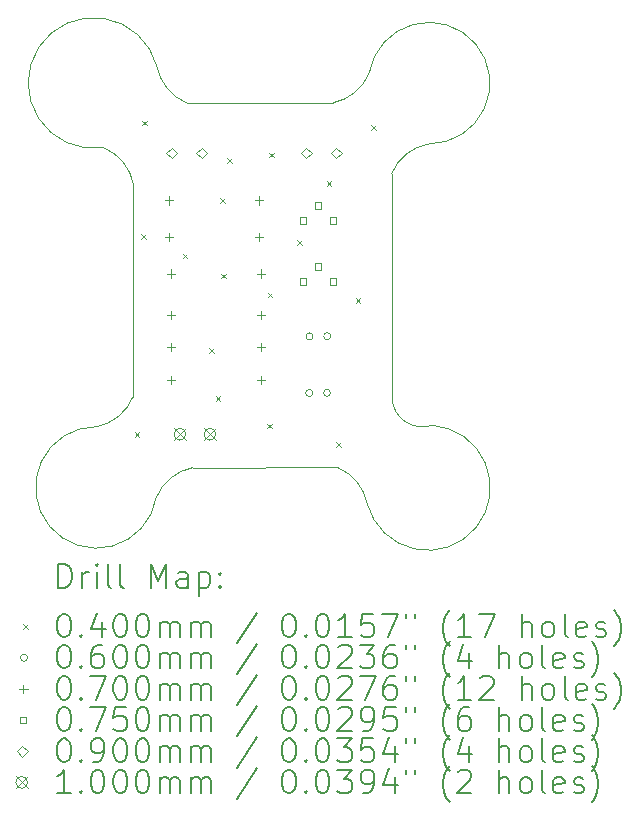
<source format=gbr>
%TF.GenerationSoftware,KiCad,Pcbnew,7.0.7*%
%TF.CreationDate,2023-10-16T17:51:25+02:00*%
%TF.ProjectId,bc546b-astable-multivibrator,62633534-3662-42d6-9173-7461626c652d,0*%
%TF.SameCoordinates,Original*%
%TF.FileFunction,Drillmap*%
%TF.FilePolarity,Positive*%
%FSLAX45Y45*%
G04 Gerber Fmt 4.5, Leading zero omitted, Abs format (unit mm)*
G04 Created by KiCad (PCBNEW 7.0.7) date 2023-10-16 17:51:25*
%MOMM*%
%LPD*%
G01*
G04 APERTURE LIST*
%ADD10C,0.100000*%
%ADD11C,0.200000*%
%ADD12C,0.040000*%
%ADD13C,0.060000*%
%ADD14C,0.070000*%
%ADD15C,0.075000*%
%ADD16C,0.090000*%
G04 APERTURE END LIST*
D10*
X8619370Y-6082203D02*
G75*
G03*
X8365630Y-5772933I-413740J-80727D01*
G01*
X8307986Y-8135638D02*
G75*
G03*
X8615024Y-7883430I-80746J411299D01*
G01*
X10598742Y-8789270D02*
G75*
G03*
X10345000Y-8480000I-413742J-80730D01*
G01*
X10598742Y-8789270D02*
G75*
G03*
X11147580Y-8123820I512152J136652D01*
G01*
X8817786Y-5086280D02*
G75*
G03*
X9071524Y-5395551I413734J80720D01*
G01*
X8615024Y-7883430D02*
X8619372Y-6082202D01*
X10807717Y-7899468D02*
G75*
G03*
X11147580Y-8123820I256523J18998D01*
G01*
X9071524Y-5395551D02*
X10306008Y-5394588D01*
X11122659Y-5741341D02*
G75*
G03*
X10615278Y-5140846I1J514601D01*
G01*
X10345000Y-8480000D02*
X9121273Y-8482385D01*
X8817548Y-5086342D02*
G75*
G03*
X8365630Y-5772933I-536024J-139209D01*
G01*
X9121272Y-8482381D02*
G75*
G03*
X8812003Y-8736127I80748J-413760D01*
G01*
X10306008Y-5394589D02*
G75*
G03*
X10615278Y-5140846I-80728J413739D01*
G01*
X11122660Y-5741344D02*
G75*
G03*
X10804453Y-5994444I67390J-411306D01*
G01*
X10804453Y-5994444D02*
X10807718Y-7899468D01*
X8307986Y-8135638D02*
G75*
G03*
X8812003Y-8736127I-3366J-514592D01*
G01*
D11*
D12*
X8630000Y-8185000D02*
X8670000Y-8225000D01*
X8670000Y-8185000D02*
X8630000Y-8225000D01*
X8685000Y-6505000D02*
X8725000Y-6545000D01*
X8725000Y-6505000D02*
X8685000Y-6545000D01*
X8695000Y-5545000D02*
X8735000Y-5585000D01*
X8735000Y-5545000D02*
X8695000Y-5585000D01*
X9035000Y-6670000D02*
X9075000Y-6710000D01*
X9075000Y-6670000D02*
X9035000Y-6710000D01*
X9260000Y-7470000D02*
X9300000Y-7510000D01*
X9300000Y-7470000D02*
X9260000Y-7510000D01*
X9315000Y-7880000D02*
X9355000Y-7920000D01*
X9355000Y-7880000D02*
X9315000Y-7920000D01*
X9350000Y-6200000D02*
X9390000Y-6240000D01*
X9390000Y-6200000D02*
X9350000Y-6240000D01*
X9360000Y-6840000D02*
X9400000Y-6880000D01*
X9400000Y-6840000D02*
X9360000Y-6880000D01*
X9410000Y-5860000D02*
X9450000Y-5900000D01*
X9450000Y-5860000D02*
X9410000Y-5900000D01*
X9750000Y-8110000D02*
X9790000Y-8150000D01*
X9790000Y-8110000D02*
X9750000Y-8150000D01*
X9755000Y-7000000D02*
X9795000Y-7040000D01*
X9795000Y-7000000D02*
X9755000Y-7040000D01*
X9765000Y-5815000D02*
X9805000Y-5855000D01*
X9805000Y-5815000D02*
X9765000Y-5855000D01*
X10005000Y-6555000D02*
X10045000Y-6595000D01*
X10045000Y-6555000D02*
X10005000Y-6595000D01*
X10255000Y-6055000D02*
X10295000Y-6095000D01*
X10295000Y-6055000D02*
X10255000Y-6095000D01*
X10335000Y-8265000D02*
X10375000Y-8305000D01*
X10375000Y-8265000D02*
X10335000Y-8305000D01*
X10500000Y-7050000D02*
X10540000Y-7090000D01*
X10540000Y-7050000D02*
X10500000Y-7090000D01*
X10630000Y-5585139D02*
X10670000Y-5625139D01*
X10670000Y-5585139D02*
X10630000Y-5625139D01*
D13*
X10137740Y-7850000D02*
G75*
G03*
X10137740Y-7850000I-30000J0D01*
G01*
X10140000Y-7370000D02*
G75*
G03*
X10140000Y-7370000I-30000J0D01*
G01*
X10287740Y-7850000D02*
G75*
G03*
X10287740Y-7850000I-30000J0D01*
G01*
X10290000Y-7370000D02*
G75*
G03*
X10290000Y-7370000I-30000J0D01*
G01*
D14*
X8918000Y-6185000D02*
X8918000Y-6255000D01*
X8883000Y-6220000D02*
X8953000Y-6220000D01*
X8919000Y-6495000D02*
X8919000Y-6565000D01*
X8884000Y-6530000D02*
X8954000Y-6530000D01*
X8938000Y-6805000D02*
X8938000Y-6875000D01*
X8903000Y-6840000D02*
X8973000Y-6840000D01*
X8938000Y-7155000D02*
X8938000Y-7225000D01*
X8903000Y-7190000D02*
X8973000Y-7190000D01*
X8939000Y-7705000D02*
X8939000Y-7775000D01*
X8904000Y-7740000D02*
X8974000Y-7740000D01*
X8940000Y-7425000D02*
X8940000Y-7495000D01*
X8905000Y-7460000D02*
X8975000Y-7460000D01*
X9680000Y-6185000D02*
X9680000Y-6255000D01*
X9645000Y-6220000D02*
X9715000Y-6220000D01*
X9681000Y-6495000D02*
X9681000Y-6565000D01*
X9646000Y-6530000D02*
X9716000Y-6530000D01*
X9700000Y-6805000D02*
X9700000Y-6875000D01*
X9665000Y-6840000D02*
X9735000Y-6840000D01*
X9700000Y-7155000D02*
X9700000Y-7225000D01*
X9665000Y-7190000D02*
X9735000Y-7190000D01*
X9701000Y-7705000D02*
X9701000Y-7775000D01*
X9666000Y-7740000D02*
X9736000Y-7740000D01*
X9702000Y-7425000D02*
X9702000Y-7495000D01*
X9667000Y-7460000D02*
X9737000Y-7460000D01*
D15*
X10079517Y-6933517D02*
X10079517Y-6880483D01*
X10026483Y-6880483D01*
X10026483Y-6933517D01*
X10079517Y-6933517D01*
X10082517Y-6416517D02*
X10082517Y-6363483D01*
X10029483Y-6363483D01*
X10029483Y-6416517D01*
X10082517Y-6416517D01*
X10206517Y-6806517D02*
X10206517Y-6753483D01*
X10153483Y-6753483D01*
X10153483Y-6806517D01*
X10206517Y-6806517D01*
X10209517Y-6289517D02*
X10209517Y-6236483D01*
X10156483Y-6236483D01*
X10156483Y-6289517D01*
X10209517Y-6289517D01*
X10333517Y-6933517D02*
X10333517Y-6880483D01*
X10280483Y-6880483D01*
X10280483Y-6933517D01*
X10333517Y-6933517D01*
X10336517Y-6416517D02*
X10336517Y-6363483D01*
X10283483Y-6363483D01*
X10283483Y-6416517D01*
X10336517Y-6416517D01*
D16*
X8942500Y-5865000D02*
X8987500Y-5820000D01*
X8942500Y-5775000D01*
X8897500Y-5820000D01*
X8942500Y-5865000D01*
X9196500Y-5865000D02*
X9241500Y-5820000D01*
X9196500Y-5775000D01*
X9151500Y-5820000D01*
X9196500Y-5865000D01*
X10082500Y-5865000D02*
X10127500Y-5820000D01*
X10082500Y-5775000D01*
X10037500Y-5820000D01*
X10082500Y-5865000D01*
X10336500Y-5865000D02*
X10381500Y-5820000D01*
X10336500Y-5775000D01*
X10291500Y-5820000D01*
X10336500Y-5865000D01*
D10*
X8962500Y-8150000D02*
X9062500Y-8250000D01*
X9062500Y-8150000D02*
X8962500Y-8250000D01*
X9062500Y-8200000D02*
G75*
G03*
X9062500Y-8200000I-50000J0D01*
G01*
X9216500Y-8150000D02*
X9316500Y-8250000D01*
X9316500Y-8150000D02*
X9216500Y-8250000D01*
X9316500Y-8200000D02*
G75*
G03*
X9316500Y-8200000I-50000J0D01*
G01*
D11*
X7983495Y-9499171D02*
X7983495Y-9299171D01*
X7983495Y-9299171D02*
X8031114Y-9299171D01*
X8031114Y-9299171D02*
X8059686Y-9308695D01*
X8059686Y-9308695D02*
X8078733Y-9327742D01*
X8078733Y-9327742D02*
X8088257Y-9346790D01*
X8088257Y-9346790D02*
X8097781Y-9384885D01*
X8097781Y-9384885D02*
X8097781Y-9413457D01*
X8097781Y-9413457D02*
X8088257Y-9451552D01*
X8088257Y-9451552D02*
X8078733Y-9470600D01*
X8078733Y-9470600D02*
X8059686Y-9489647D01*
X8059686Y-9489647D02*
X8031114Y-9499171D01*
X8031114Y-9499171D02*
X7983495Y-9499171D01*
X8183495Y-9499171D02*
X8183495Y-9365838D01*
X8183495Y-9403933D02*
X8193019Y-9384885D01*
X8193019Y-9384885D02*
X8202543Y-9375361D01*
X8202543Y-9375361D02*
X8221590Y-9365838D01*
X8221590Y-9365838D02*
X8240638Y-9365838D01*
X8307305Y-9499171D02*
X8307305Y-9365838D01*
X8307305Y-9299171D02*
X8297781Y-9308695D01*
X8297781Y-9308695D02*
X8307305Y-9318219D01*
X8307305Y-9318219D02*
X8316828Y-9308695D01*
X8316828Y-9308695D02*
X8307305Y-9299171D01*
X8307305Y-9299171D02*
X8307305Y-9318219D01*
X8431114Y-9499171D02*
X8412067Y-9489647D01*
X8412067Y-9489647D02*
X8402543Y-9470600D01*
X8402543Y-9470600D02*
X8402543Y-9299171D01*
X8535876Y-9499171D02*
X8516829Y-9489647D01*
X8516829Y-9489647D02*
X8507305Y-9470600D01*
X8507305Y-9470600D02*
X8507305Y-9299171D01*
X8764448Y-9499171D02*
X8764448Y-9299171D01*
X8764448Y-9299171D02*
X8831114Y-9442028D01*
X8831114Y-9442028D02*
X8897781Y-9299171D01*
X8897781Y-9299171D02*
X8897781Y-9499171D01*
X9078733Y-9499171D02*
X9078733Y-9394409D01*
X9078733Y-9394409D02*
X9069210Y-9375361D01*
X9069210Y-9375361D02*
X9050162Y-9365838D01*
X9050162Y-9365838D02*
X9012067Y-9365838D01*
X9012067Y-9365838D02*
X8993019Y-9375361D01*
X9078733Y-9489647D02*
X9059686Y-9499171D01*
X9059686Y-9499171D02*
X9012067Y-9499171D01*
X9012067Y-9499171D02*
X8993019Y-9489647D01*
X8993019Y-9489647D02*
X8983495Y-9470600D01*
X8983495Y-9470600D02*
X8983495Y-9451552D01*
X8983495Y-9451552D02*
X8993019Y-9432504D01*
X8993019Y-9432504D02*
X9012067Y-9422981D01*
X9012067Y-9422981D02*
X9059686Y-9422981D01*
X9059686Y-9422981D02*
X9078733Y-9413457D01*
X9173971Y-9365838D02*
X9173971Y-9565838D01*
X9173971Y-9375361D02*
X9193019Y-9365838D01*
X9193019Y-9365838D02*
X9231114Y-9365838D01*
X9231114Y-9365838D02*
X9250162Y-9375361D01*
X9250162Y-9375361D02*
X9259686Y-9384885D01*
X9259686Y-9384885D02*
X9269210Y-9403933D01*
X9269210Y-9403933D02*
X9269210Y-9461076D01*
X9269210Y-9461076D02*
X9259686Y-9480123D01*
X9259686Y-9480123D02*
X9250162Y-9489647D01*
X9250162Y-9489647D02*
X9231114Y-9499171D01*
X9231114Y-9499171D02*
X9193019Y-9499171D01*
X9193019Y-9499171D02*
X9173971Y-9489647D01*
X9354924Y-9480123D02*
X9364448Y-9489647D01*
X9364448Y-9489647D02*
X9354924Y-9499171D01*
X9354924Y-9499171D02*
X9345400Y-9489647D01*
X9345400Y-9489647D02*
X9354924Y-9480123D01*
X9354924Y-9480123D02*
X9354924Y-9499171D01*
X9354924Y-9375361D02*
X9364448Y-9384885D01*
X9364448Y-9384885D02*
X9354924Y-9394409D01*
X9354924Y-9394409D02*
X9345400Y-9384885D01*
X9345400Y-9384885D02*
X9354924Y-9375361D01*
X9354924Y-9375361D02*
X9354924Y-9394409D01*
D12*
X7682718Y-9807687D02*
X7722718Y-9847687D01*
X7722718Y-9807687D02*
X7682718Y-9847687D01*
D11*
X8021590Y-9719171D02*
X8040638Y-9719171D01*
X8040638Y-9719171D02*
X8059686Y-9728695D01*
X8059686Y-9728695D02*
X8069209Y-9738219D01*
X8069209Y-9738219D02*
X8078733Y-9757266D01*
X8078733Y-9757266D02*
X8088257Y-9795361D01*
X8088257Y-9795361D02*
X8088257Y-9842981D01*
X8088257Y-9842981D02*
X8078733Y-9881076D01*
X8078733Y-9881076D02*
X8069209Y-9900123D01*
X8069209Y-9900123D02*
X8059686Y-9909647D01*
X8059686Y-9909647D02*
X8040638Y-9919171D01*
X8040638Y-9919171D02*
X8021590Y-9919171D01*
X8021590Y-9919171D02*
X8002543Y-9909647D01*
X8002543Y-9909647D02*
X7993019Y-9900123D01*
X7993019Y-9900123D02*
X7983495Y-9881076D01*
X7983495Y-9881076D02*
X7973971Y-9842981D01*
X7973971Y-9842981D02*
X7973971Y-9795361D01*
X7973971Y-9795361D02*
X7983495Y-9757266D01*
X7983495Y-9757266D02*
X7993019Y-9738219D01*
X7993019Y-9738219D02*
X8002543Y-9728695D01*
X8002543Y-9728695D02*
X8021590Y-9719171D01*
X8173971Y-9900123D02*
X8183495Y-9909647D01*
X8183495Y-9909647D02*
X8173971Y-9919171D01*
X8173971Y-9919171D02*
X8164448Y-9909647D01*
X8164448Y-9909647D02*
X8173971Y-9900123D01*
X8173971Y-9900123D02*
X8173971Y-9919171D01*
X8354924Y-9785838D02*
X8354924Y-9919171D01*
X8307305Y-9709647D02*
X8259686Y-9852504D01*
X8259686Y-9852504D02*
X8383495Y-9852504D01*
X8497781Y-9719171D02*
X8516829Y-9719171D01*
X8516829Y-9719171D02*
X8535876Y-9728695D01*
X8535876Y-9728695D02*
X8545400Y-9738219D01*
X8545400Y-9738219D02*
X8554924Y-9757266D01*
X8554924Y-9757266D02*
X8564448Y-9795361D01*
X8564448Y-9795361D02*
X8564448Y-9842981D01*
X8564448Y-9842981D02*
X8554924Y-9881076D01*
X8554924Y-9881076D02*
X8545400Y-9900123D01*
X8545400Y-9900123D02*
X8535876Y-9909647D01*
X8535876Y-9909647D02*
X8516829Y-9919171D01*
X8516829Y-9919171D02*
X8497781Y-9919171D01*
X8497781Y-9919171D02*
X8478733Y-9909647D01*
X8478733Y-9909647D02*
X8469210Y-9900123D01*
X8469210Y-9900123D02*
X8459686Y-9881076D01*
X8459686Y-9881076D02*
X8450162Y-9842981D01*
X8450162Y-9842981D02*
X8450162Y-9795361D01*
X8450162Y-9795361D02*
X8459686Y-9757266D01*
X8459686Y-9757266D02*
X8469210Y-9738219D01*
X8469210Y-9738219D02*
X8478733Y-9728695D01*
X8478733Y-9728695D02*
X8497781Y-9719171D01*
X8688257Y-9719171D02*
X8707305Y-9719171D01*
X8707305Y-9719171D02*
X8726352Y-9728695D01*
X8726352Y-9728695D02*
X8735876Y-9738219D01*
X8735876Y-9738219D02*
X8745400Y-9757266D01*
X8745400Y-9757266D02*
X8754924Y-9795361D01*
X8754924Y-9795361D02*
X8754924Y-9842981D01*
X8754924Y-9842981D02*
X8745400Y-9881076D01*
X8745400Y-9881076D02*
X8735876Y-9900123D01*
X8735876Y-9900123D02*
X8726352Y-9909647D01*
X8726352Y-9909647D02*
X8707305Y-9919171D01*
X8707305Y-9919171D02*
X8688257Y-9919171D01*
X8688257Y-9919171D02*
X8669210Y-9909647D01*
X8669210Y-9909647D02*
X8659686Y-9900123D01*
X8659686Y-9900123D02*
X8650162Y-9881076D01*
X8650162Y-9881076D02*
X8640638Y-9842981D01*
X8640638Y-9842981D02*
X8640638Y-9795361D01*
X8640638Y-9795361D02*
X8650162Y-9757266D01*
X8650162Y-9757266D02*
X8659686Y-9738219D01*
X8659686Y-9738219D02*
X8669210Y-9728695D01*
X8669210Y-9728695D02*
X8688257Y-9719171D01*
X8840638Y-9919171D02*
X8840638Y-9785838D01*
X8840638Y-9804885D02*
X8850162Y-9795361D01*
X8850162Y-9795361D02*
X8869210Y-9785838D01*
X8869210Y-9785838D02*
X8897781Y-9785838D01*
X8897781Y-9785838D02*
X8916829Y-9795361D01*
X8916829Y-9795361D02*
X8926352Y-9814409D01*
X8926352Y-9814409D02*
X8926352Y-9919171D01*
X8926352Y-9814409D02*
X8935876Y-9795361D01*
X8935876Y-9795361D02*
X8954924Y-9785838D01*
X8954924Y-9785838D02*
X8983495Y-9785838D01*
X8983495Y-9785838D02*
X9002543Y-9795361D01*
X9002543Y-9795361D02*
X9012067Y-9814409D01*
X9012067Y-9814409D02*
X9012067Y-9919171D01*
X9107305Y-9919171D02*
X9107305Y-9785838D01*
X9107305Y-9804885D02*
X9116829Y-9795361D01*
X9116829Y-9795361D02*
X9135876Y-9785838D01*
X9135876Y-9785838D02*
X9164448Y-9785838D01*
X9164448Y-9785838D02*
X9183495Y-9795361D01*
X9183495Y-9795361D02*
X9193019Y-9814409D01*
X9193019Y-9814409D02*
X9193019Y-9919171D01*
X9193019Y-9814409D02*
X9202543Y-9795361D01*
X9202543Y-9795361D02*
X9221591Y-9785838D01*
X9221591Y-9785838D02*
X9250162Y-9785838D01*
X9250162Y-9785838D02*
X9269210Y-9795361D01*
X9269210Y-9795361D02*
X9278733Y-9814409D01*
X9278733Y-9814409D02*
X9278733Y-9919171D01*
X9669210Y-9709647D02*
X9497781Y-9966790D01*
X9926353Y-9719171D02*
X9945400Y-9719171D01*
X9945400Y-9719171D02*
X9964448Y-9728695D01*
X9964448Y-9728695D02*
X9973972Y-9738219D01*
X9973972Y-9738219D02*
X9983495Y-9757266D01*
X9983495Y-9757266D02*
X9993019Y-9795361D01*
X9993019Y-9795361D02*
X9993019Y-9842981D01*
X9993019Y-9842981D02*
X9983495Y-9881076D01*
X9983495Y-9881076D02*
X9973972Y-9900123D01*
X9973972Y-9900123D02*
X9964448Y-9909647D01*
X9964448Y-9909647D02*
X9945400Y-9919171D01*
X9945400Y-9919171D02*
X9926353Y-9919171D01*
X9926353Y-9919171D02*
X9907305Y-9909647D01*
X9907305Y-9909647D02*
X9897781Y-9900123D01*
X9897781Y-9900123D02*
X9888257Y-9881076D01*
X9888257Y-9881076D02*
X9878734Y-9842981D01*
X9878734Y-9842981D02*
X9878734Y-9795361D01*
X9878734Y-9795361D02*
X9888257Y-9757266D01*
X9888257Y-9757266D02*
X9897781Y-9738219D01*
X9897781Y-9738219D02*
X9907305Y-9728695D01*
X9907305Y-9728695D02*
X9926353Y-9719171D01*
X10078734Y-9900123D02*
X10088257Y-9909647D01*
X10088257Y-9909647D02*
X10078734Y-9919171D01*
X10078734Y-9919171D02*
X10069210Y-9909647D01*
X10069210Y-9909647D02*
X10078734Y-9900123D01*
X10078734Y-9900123D02*
X10078734Y-9919171D01*
X10212067Y-9719171D02*
X10231115Y-9719171D01*
X10231115Y-9719171D02*
X10250162Y-9728695D01*
X10250162Y-9728695D02*
X10259686Y-9738219D01*
X10259686Y-9738219D02*
X10269210Y-9757266D01*
X10269210Y-9757266D02*
X10278734Y-9795361D01*
X10278734Y-9795361D02*
X10278734Y-9842981D01*
X10278734Y-9842981D02*
X10269210Y-9881076D01*
X10269210Y-9881076D02*
X10259686Y-9900123D01*
X10259686Y-9900123D02*
X10250162Y-9909647D01*
X10250162Y-9909647D02*
X10231115Y-9919171D01*
X10231115Y-9919171D02*
X10212067Y-9919171D01*
X10212067Y-9919171D02*
X10193019Y-9909647D01*
X10193019Y-9909647D02*
X10183495Y-9900123D01*
X10183495Y-9900123D02*
X10173972Y-9881076D01*
X10173972Y-9881076D02*
X10164448Y-9842981D01*
X10164448Y-9842981D02*
X10164448Y-9795361D01*
X10164448Y-9795361D02*
X10173972Y-9757266D01*
X10173972Y-9757266D02*
X10183495Y-9738219D01*
X10183495Y-9738219D02*
X10193019Y-9728695D01*
X10193019Y-9728695D02*
X10212067Y-9719171D01*
X10469210Y-9919171D02*
X10354924Y-9919171D01*
X10412067Y-9919171D02*
X10412067Y-9719171D01*
X10412067Y-9719171D02*
X10393019Y-9747742D01*
X10393019Y-9747742D02*
X10373972Y-9766790D01*
X10373972Y-9766790D02*
X10354924Y-9776314D01*
X10650162Y-9719171D02*
X10554924Y-9719171D01*
X10554924Y-9719171D02*
X10545400Y-9814409D01*
X10545400Y-9814409D02*
X10554924Y-9804885D01*
X10554924Y-9804885D02*
X10573972Y-9795361D01*
X10573972Y-9795361D02*
X10621591Y-9795361D01*
X10621591Y-9795361D02*
X10640638Y-9804885D01*
X10640638Y-9804885D02*
X10650162Y-9814409D01*
X10650162Y-9814409D02*
X10659686Y-9833457D01*
X10659686Y-9833457D02*
X10659686Y-9881076D01*
X10659686Y-9881076D02*
X10650162Y-9900123D01*
X10650162Y-9900123D02*
X10640638Y-9909647D01*
X10640638Y-9909647D02*
X10621591Y-9919171D01*
X10621591Y-9919171D02*
X10573972Y-9919171D01*
X10573972Y-9919171D02*
X10554924Y-9909647D01*
X10554924Y-9909647D02*
X10545400Y-9900123D01*
X10726353Y-9719171D02*
X10859686Y-9719171D01*
X10859686Y-9719171D02*
X10773972Y-9919171D01*
X10926353Y-9719171D02*
X10926353Y-9757266D01*
X11002543Y-9719171D02*
X11002543Y-9757266D01*
X11297781Y-9995361D02*
X11288257Y-9985838D01*
X11288257Y-9985838D02*
X11269210Y-9957266D01*
X11269210Y-9957266D02*
X11259686Y-9938219D01*
X11259686Y-9938219D02*
X11250162Y-9909647D01*
X11250162Y-9909647D02*
X11240638Y-9862028D01*
X11240638Y-9862028D02*
X11240638Y-9823933D01*
X11240638Y-9823933D02*
X11250162Y-9776314D01*
X11250162Y-9776314D02*
X11259686Y-9747742D01*
X11259686Y-9747742D02*
X11269210Y-9728695D01*
X11269210Y-9728695D02*
X11288257Y-9700123D01*
X11288257Y-9700123D02*
X11297781Y-9690600D01*
X11478734Y-9919171D02*
X11364448Y-9919171D01*
X11421591Y-9919171D02*
X11421591Y-9719171D01*
X11421591Y-9719171D02*
X11402543Y-9747742D01*
X11402543Y-9747742D02*
X11383495Y-9766790D01*
X11383495Y-9766790D02*
X11364448Y-9776314D01*
X11545400Y-9719171D02*
X11678734Y-9719171D01*
X11678734Y-9719171D02*
X11593019Y-9919171D01*
X11907305Y-9919171D02*
X11907305Y-9719171D01*
X11993019Y-9919171D02*
X11993019Y-9814409D01*
X11993019Y-9814409D02*
X11983496Y-9795361D01*
X11983496Y-9795361D02*
X11964448Y-9785838D01*
X11964448Y-9785838D02*
X11935876Y-9785838D01*
X11935876Y-9785838D02*
X11916829Y-9795361D01*
X11916829Y-9795361D02*
X11907305Y-9804885D01*
X12116829Y-9919171D02*
X12097781Y-9909647D01*
X12097781Y-9909647D02*
X12088257Y-9900123D01*
X12088257Y-9900123D02*
X12078734Y-9881076D01*
X12078734Y-9881076D02*
X12078734Y-9823933D01*
X12078734Y-9823933D02*
X12088257Y-9804885D01*
X12088257Y-9804885D02*
X12097781Y-9795361D01*
X12097781Y-9795361D02*
X12116829Y-9785838D01*
X12116829Y-9785838D02*
X12145400Y-9785838D01*
X12145400Y-9785838D02*
X12164448Y-9795361D01*
X12164448Y-9795361D02*
X12173972Y-9804885D01*
X12173972Y-9804885D02*
X12183496Y-9823933D01*
X12183496Y-9823933D02*
X12183496Y-9881076D01*
X12183496Y-9881076D02*
X12173972Y-9900123D01*
X12173972Y-9900123D02*
X12164448Y-9909647D01*
X12164448Y-9909647D02*
X12145400Y-9919171D01*
X12145400Y-9919171D02*
X12116829Y-9919171D01*
X12297781Y-9919171D02*
X12278734Y-9909647D01*
X12278734Y-9909647D02*
X12269210Y-9890600D01*
X12269210Y-9890600D02*
X12269210Y-9719171D01*
X12450162Y-9909647D02*
X12431115Y-9919171D01*
X12431115Y-9919171D02*
X12393019Y-9919171D01*
X12393019Y-9919171D02*
X12373972Y-9909647D01*
X12373972Y-9909647D02*
X12364448Y-9890600D01*
X12364448Y-9890600D02*
X12364448Y-9814409D01*
X12364448Y-9814409D02*
X12373972Y-9795361D01*
X12373972Y-9795361D02*
X12393019Y-9785838D01*
X12393019Y-9785838D02*
X12431115Y-9785838D01*
X12431115Y-9785838D02*
X12450162Y-9795361D01*
X12450162Y-9795361D02*
X12459686Y-9814409D01*
X12459686Y-9814409D02*
X12459686Y-9833457D01*
X12459686Y-9833457D02*
X12364448Y-9852504D01*
X12535877Y-9909647D02*
X12554924Y-9919171D01*
X12554924Y-9919171D02*
X12593019Y-9919171D01*
X12593019Y-9919171D02*
X12612067Y-9909647D01*
X12612067Y-9909647D02*
X12621591Y-9890600D01*
X12621591Y-9890600D02*
X12621591Y-9881076D01*
X12621591Y-9881076D02*
X12612067Y-9862028D01*
X12612067Y-9862028D02*
X12593019Y-9852504D01*
X12593019Y-9852504D02*
X12564448Y-9852504D01*
X12564448Y-9852504D02*
X12545400Y-9842981D01*
X12545400Y-9842981D02*
X12535877Y-9823933D01*
X12535877Y-9823933D02*
X12535877Y-9814409D01*
X12535877Y-9814409D02*
X12545400Y-9795361D01*
X12545400Y-9795361D02*
X12564448Y-9785838D01*
X12564448Y-9785838D02*
X12593019Y-9785838D01*
X12593019Y-9785838D02*
X12612067Y-9795361D01*
X12688258Y-9995361D02*
X12697781Y-9985838D01*
X12697781Y-9985838D02*
X12716829Y-9957266D01*
X12716829Y-9957266D02*
X12726353Y-9938219D01*
X12726353Y-9938219D02*
X12735877Y-9909647D01*
X12735877Y-9909647D02*
X12745400Y-9862028D01*
X12745400Y-9862028D02*
X12745400Y-9823933D01*
X12745400Y-9823933D02*
X12735877Y-9776314D01*
X12735877Y-9776314D02*
X12726353Y-9747742D01*
X12726353Y-9747742D02*
X12716829Y-9728695D01*
X12716829Y-9728695D02*
X12697781Y-9700123D01*
X12697781Y-9700123D02*
X12688258Y-9690600D01*
D13*
X7722718Y-10091687D02*
G75*
G03*
X7722718Y-10091687I-30000J0D01*
G01*
D11*
X8021590Y-9983171D02*
X8040638Y-9983171D01*
X8040638Y-9983171D02*
X8059686Y-9992695D01*
X8059686Y-9992695D02*
X8069209Y-10002219D01*
X8069209Y-10002219D02*
X8078733Y-10021266D01*
X8078733Y-10021266D02*
X8088257Y-10059361D01*
X8088257Y-10059361D02*
X8088257Y-10106981D01*
X8088257Y-10106981D02*
X8078733Y-10145076D01*
X8078733Y-10145076D02*
X8069209Y-10164123D01*
X8069209Y-10164123D02*
X8059686Y-10173647D01*
X8059686Y-10173647D02*
X8040638Y-10183171D01*
X8040638Y-10183171D02*
X8021590Y-10183171D01*
X8021590Y-10183171D02*
X8002543Y-10173647D01*
X8002543Y-10173647D02*
X7993019Y-10164123D01*
X7993019Y-10164123D02*
X7983495Y-10145076D01*
X7983495Y-10145076D02*
X7973971Y-10106981D01*
X7973971Y-10106981D02*
X7973971Y-10059361D01*
X7973971Y-10059361D02*
X7983495Y-10021266D01*
X7983495Y-10021266D02*
X7993019Y-10002219D01*
X7993019Y-10002219D02*
X8002543Y-9992695D01*
X8002543Y-9992695D02*
X8021590Y-9983171D01*
X8173971Y-10164123D02*
X8183495Y-10173647D01*
X8183495Y-10173647D02*
X8173971Y-10183171D01*
X8173971Y-10183171D02*
X8164448Y-10173647D01*
X8164448Y-10173647D02*
X8173971Y-10164123D01*
X8173971Y-10164123D02*
X8173971Y-10183171D01*
X8354924Y-9983171D02*
X8316828Y-9983171D01*
X8316828Y-9983171D02*
X8297781Y-9992695D01*
X8297781Y-9992695D02*
X8288257Y-10002219D01*
X8288257Y-10002219D02*
X8269209Y-10030790D01*
X8269209Y-10030790D02*
X8259686Y-10068885D01*
X8259686Y-10068885D02*
X8259686Y-10145076D01*
X8259686Y-10145076D02*
X8269209Y-10164123D01*
X8269209Y-10164123D02*
X8278733Y-10173647D01*
X8278733Y-10173647D02*
X8297781Y-10183171D01*
X8297781Y-10183171D02*
X8335876Y-10183171D01*
X8335876Y-10183171D02*
X8354924Y-10173647D01*
X8354924Y-10173647D02*
X8364448Y-10164123D01*
X8364448Y-10164123D02*
X8373971Y-10145076D01*
X8373971Y-10145076D02*
X8373971Y-10097457D01*
X8373971Y-10097457D02*
X8364448Y-10078409D01*
X8364448Y-10078409D02*
X8354924Y-10068885D01*
X8354924Y-10068885D02*
X8335876Y-10059361D01*
X8335876Y-10059361D02*
X8297781Y-10059361D01*
X8297781Y-10059361D02*
X8278733Y-10068885D01*
X8278733Y-10068885D02*
X8269209Y-10078409D01*
X8269209Y-10078409D02*
X8259686Y-10097457D01*
X8497781Y-9983171D02*
X8516829Y-9983171D01*
X8516829Y-9983171D02*
X8535876Y-9992695D01*
X8535876Y-9992695D02*
X8545400Y-10002219D01*
X8545400Y-10002219D02*
X8554924Y-10021266D01*
X8554924Y-10021266D02*
X8564448Y-10059361D01*
X8564448Y-10059361D02*
X8564448Y-10106981D01*
X8564448Y-10106981D02*
X8554924Y-10145076D01*
X8554924Y-10145076D02*
X8545400Y-10164123D01*
X8545400Y-10164123D02*
X8535876Y-10173647D01*
X8535876Y-10173647D02*
X8516829Y-10183171D01*
X8516829Y-10183171D02*
X8497781Y-10183171D01*
X8497781Y-10183171D02*
X8478733Y-10173647D01*
X8478733Y-10173647D02*
X8469210Y-10164123D01*
X8469210Y-10164123D02*
X8459686Y-10145076D01*
X8459686Y-10145076D02*
X8450162Y-10106981D01*
X8450162Y-10106981D02*
X8450162Y-10059361D01*
X8450162Y-10059361D02*
X8459686Y-10021266D01*
X8459686Y-10021266D02*
X8469210Y-10002219D01*
X8469210Y-10002219D02*
X8478733Y-9992695D01*
X8478733Y-9992695D02*
X8497781Y-9983171D01*
X8688257Y-9983171D02*
X8707305Y-9983171D01*
X8707305Y-9983171D02*
X8726352Y-9992695D01*
X8726352Y-9992695D02*
X8735876Y-10002219D01*
X8735876Y-10002219D02*
X8745400Y-10021266D01*
X8745400Y-10021266D02*
X8754924Y-10059361D01*
X8754924Y-10059361D02*
X8754924Y-10106981D01*
X8754924Y-10106981D02*
X8745400Y-10145076D01*
X8745400Y-10145076D02*
X8735876Y-10164123D01*
X8735876Y-10164123D02*
X8726352Y-10173647D01*
X8726352Y-10173647D02*
X8707305Y-10183171D01*
X8707305Y-10183171D02*
X8688257Y-10183171D01*
X8688257Y-10183171D02*
X8669210Y-10173647D01*
X8669210Y-10173647D02*
X8659686Y-10164123D01*
X8659686Y-10164123D02*
X8650162Y-10145076D01*
X8650162Y-10145076D02*
X8640638Y-10106981D01*
X8640638Y-10106981D02*
X8640638Y-10059361D01*
X8640638Y-10059361D02*
X8650162Y-10021266D01*
X8650162Y-10021266D02*
X8659686Y-10002219D01*
X8659686Y-10002219D02*
X8669210Y-9992695D01*
X8669210Y-9992695D02*
X8688257Y-9983171D01*
X8840638Y-10183171D02*
X8840638Y-10049838D01*
X8840638Y-10068885D02*
X8850162Y-10059361D01*
X8850162Y-10059361D02*
X8869210Y-10049838D01*
X8869210Y-10049838D02*
X8897781Y-10049838D01*
X8897781Y-10049838D02*
X8916829Y-10059361D01*
X8916829Y-10059361D02*
X8926352Y-10078409D01*
X8926352Y-10078409D02*
X8926352Y-10183171D01*
X8926352Y-10078409D02*
X8935876Y-10059361D01*
X8935876Y-10059361D02*
X8954924Y-10049838D01*
X8954924Y-10049838D02*
X8983495Y-10049838D01*
X8983495Y-10049838D02*
X9002543Y-10059361D01*
X9002543Y-10059361D02*
X9012067Y-10078409D01*
X9012067Y-10078409D02*
X9012067Y-10183171D01*
X9107305Y-10183171D02*
X9107305Y-10049838D01*
X9107305Y-10068885D02*
X9116829Y-10059361D01*
X9116829Y-10059361D02*
X9135876Y-10049838D01*
X9135876Y-10049838D02*
X9164448Y-10049838D01*
X9164448Y-10049838D02*
X9183495Y-10059361D01*
X9183495Y-10059361D02*
X9193019Y-10078409D01*
X9193019Y-10078409D02*
X9193019Y-10183171D01*
X9193019Y-10078409D02*
X9202543Y-10059361D01*
X9202543Y-10059361D02*
X9221591Y-10049838D01*
X9221591Y-10049838D02*
X9250162Y-10049838D01*
X9250162Y-10049838D02*
X9269210Y-10059361D01*
X9269210Y-10059361D02*
X9278733Y-10078409D01*
X9278733Y-10078409D02*
X9278733Y-10183171D01*
X9669210Y-9973647D02*
X9497781Y-10230790D01*
X9926353Y-9983171D02*
X9945400Y-9983171D01*
X9945400Y-9983171D02*
X9964448Y-9992695D01*
X9964448Y-9992695D02*
X9973972Y-10002219D01*
X9973972Y-10002219D02*
X9983495Y-10021266D01*
X9983495Y-10021266D02*
X9993019Y-10059361D01*
X9993019Y-10059361D02*
X9993019Y-10106981D01*
X9993019Y-10106981D02*
X9983495Y-10145076D01*
X9983495Y-10145076D02*
X9973972Y-10164123D01*
X9973972Y-10164123D02*
X9964448Y-10173647D01*
X9964448Y-10173647D02*
X9945400Y-10183171D01*
X9945400Y-10183171D02*
X9926353Y-10183171D01*
X9926353Y-10183171D02*
X9907305Y-10173647D01*
X9907305Y-10173647D02*
X9897781Y-10164123D01*
X9897781Y-10164123D02*
X9888257Y-10145076D01*
X9888257Y-10145076D02*
X9878734Y-10106981D01*
X9878734Y-10106981D02*
X9878734Y-10059361D01*
X9878734Y-10059361D02*
X9888257Y-10021266D01*
X9888257Y-10021266D02*
X9897781Y-10002219D01*
X9897781Y-10002219D02*
X9907305Y-9992695D01*
X9907305Y-9992695D02*
X9926353Y-9983171D01*
X10078734Y-10164123D02*
X10088257Y-10173647D01*
X10088257Y-10173647D02*
X10078734Y-10183171D01*
X10078734Y-10183171D02*
X10069210Y-10173647D01*
X10069210Y-10173647D02*
X10078734Y-10164123D01*
X10078734Y-10164123D02*
X10078734Y-10183171D01*
X10212067Y-9983171D02*
X10231115Y-9983171D01*
X10231115Y-9983171D02*
X10250162Y-9992695D01*
X10250162Y-9992695D02*
X10259686Y-10002219D01*
X10259686Y-10002219D02*
X10269210Y-10021266D01*
X10269210Y-10021266D02*
X10278734Y-10059361D01*
X10278734Y-10059361D02*
X10278734Y-10106981D01*
X10278734Y-10106981D02*
X10269210Y-10145076D01*
X10269210Y-10145076D02*
X10259686Y-10164123D01*
X10259686Y-10164123D02*
X10250162Y-10173647D01*
X10250162Y-10173647D02*
X10231115Y-10183171D01*
X10231115Y-10183171D02*
X10212067Y-10183171D01*
X10212067Y-10183171D02*
X10193019Y-10173647D01*
X10193019Y-10173647D02*
X10183495Y-10164123D01*
X10183495Y-10164123D02*
X10173972Y-10145076D01*
X10173972Y-10145076D02*
X10164448Y-10106981D01*
X10164448Y-10106981D02*
X10164448Y-10059361D01*
X10164448Y-10059361D02*
X10173972Y-10021266D01*
X10173972Y-10021266D02*
X10183495Y-10002219D01*
X10183495Y-10002219D02*
X10193019Y-9992695D01*
X10193019Y-9992695D02*
X10212067Y-9983171D01*
X10354924Y-10002219D02*
X10364448Y-9992695D01*
X10364448Y-9992695D02*
X10383495Y-9983171D01*
X10383495Y-9983171D02*
X10431115Y-9983171D01*
X10431115Y-9983171D02*
X10450162Y-9992695D01*
X10450162Y-9992695D02*
X10459686Y-10002219D01*
X10459686Y-10002219D02*
X10469210Y-10021266D01*
X10469210Y-10021266D02*
X10469210Y-10040314D01*
X10469210Y-10040314D02*
X10459686Y-10068885D01*
X10459686Y-10068885D02*
X10345400Y-10183171D01*
X10345400Y-10183171D02*
X10469210Y-10183171D01*
X10535876Y-9983171D02*
X10659686Y-9983171D01*
X10659686Y-9983171D02*
X10593019Y-10059361D01*
X10593019Y-10059361D02*
X10621591Y-10059361D01*
X10621591Y-10059361D02*
X10640638Y-10068885D01*
X10640638Y-10068885D02*
X10650162Y-10078409D01*
X10650162Y-10078409D02*
X10659686Y-10097457D01*
X10659686Y-10097457D02*
X10659686Y-10145076D01*
X10659686Y-10145076D02*
X10650162Y-10164123D01*
X10650162Y-10164123D02*
X10640638Y-10173647D01*
X10640638Y-10173647D02*
X10621591Y-10183171D01*
X10621591Y-10183171D02*
X10564448Y-10183171D01*
X10564448Y-10183171D02*
X10545400Y-10173647D01*
X10545400Y-10173647D02*
X10535876Y-10164123D01*
X10831115Y-9983171D02*
X10793019Y-9983171D01*
X10793019Y-9983171D02*
X10773972Y-9992695D01*
X10773972Y-9992695D02*
X10764448Y-10002219D01*
X10764448Y-10002219D02*
X10745400Y-10030790D01*
X10745400Y-10030790D02*
X10735876Y-10068885D01*
X10735876Y-10068885D02*
X10735876Y-10145076D01*
X10735876Y-10145076D02*
X10745400Y-10164123D01*
X10745400Y-10164123D02*
X10754924Y-10173647D01*
X10754924Y-10173647D02*
X10773972Y-10183171D01*
X10773972Y-10183171D02*
X10812067Y-10183171D01*
X10812067Y-10183171D02*
X10831115Y-10173647D01*
X10831115Y-10173647D02*
X10840638Y-10164123D01*
X10840638Y-10164123D02*
X10850162Y-10145076D01*
X10850162Y-10145076D02*
X10850162Y-10097457D01*
X10850162Y-10097457D02*
X10840638Y-10078409D01*
X10840638Y-10078409D02*
X10831115Y-10068885D01*
X10831115Y-10068885D02*
X10812067Y-10059361D01*
X10812067Y-10059361D02*
X10773972Y-10059361D01*
X10773972Y-10059361D02*
X10754924Y-10068885D01*
X10754924Y-10068885D02*
X10745400Y-10078409D01*
X10745400Y-10078409D02*
X10735876Y-10097457D01*
X10926353Y-9983171D02*
X10926353Y-10021266D01*
X11002543Y-9983171D02*
X11002543Y-10021266D01*
X11297781Y-10259361D02*
X11288257Y-10249838D01*
X11288257Y-10249838D02*
X11269210Y-10221266D01*
X11269210Y-10221266D02*
X11259686Y-10202219D01*
X11259686Y-10202219D02*
X11250162Y-10173647D01*
X11250162Y-10173647D02*
X11240638Y-10126028D01*
X11240638Y-10126028D02*
X11240638Y-10087933D01*
X11240638Y-10087933D02*
X11250162Y-10040314D01*
X11250162Y-10040314D02*
X11259686Y-10011742D01*
X11259686Y-10011742D02*
X11269210Y-9992695D01*
X11269210Y-9992695D02*
X11288257Y-9964123D01*
X11288257Y-9964123D02*
X11297781Y-9954600D01*
X11459686Y-10049838D02*
X11459686Y-10183171D01*
X11412067Y-9973647D02*
X11364448Y-10116504D01*
X11364448Y-10116504D02*
X11488257Y-10116504D01*
X11716829Y-10183171D02*
X11716829Y-9983171D01*
X11802543Y-10183171D02*
X11802543Y-10078409D01*
X11802543Y-10078409D02*
X11793019Y-10059361D01*
X11793019Y-10059361D02*
X11773972Y-10049838D01*
X11773972Y-10049838D02*
X11745400Y-10049838D01*
X11745400Y-10049838D02*
X11726353Y-10059361D01*
X11726353Y-10059361D02*
X11716829Y-10068885D01*
X11926353Y-10183171D02*
X11907305Y-10173647D01*
X11907305Y-10173647D02*
X11897781Y-10164123D01*
X11897781Y-10164123D02*
X11888257Y-10145076D01*
X11888257Y-10145076D02*
X11888257Y-10087933D01*
X11888257Y-10087933D02*
X11897781Y-10068885D01*
X11897781Y-10068885D02*
X11907305Y-10059361D01*
X11907305Y-10059361D02*
X11926353Y-10049838D01*
X11926353Y-10049838D02*
X11954924Y-10049838D01*
X11954924Y-10049838D02*
X11973972Y-10059361D01*
X11973972Y-10059361D02*
X11983496Y-10068885D01*
X11983496Y-10068885D02*
X11993019Y-10087933D01*
X11993019Y-10087933D02*
X11993019Y-10145076D01*
X11993019Y-10145076D02*
X11983496Y-10164123D01*
X11983496Y-10164123D02*
X11973972Y-10173647D01*
X11973972Y-10173647D02*
X11954924Y-10183171D01*
X11954924Y-10183171D02*
X11926353Y-10183171D01*
X12107305Y-10183171D02*
X12088257Y-10173647D01*
X12088257Y-10173647D02*
X12078734Y-10154600D01*
X12078734Y-10154600D02*
X12078734Y-9983171D01*
X12259686Y-10173647D02*
X12240638Y-10183171D01*
X12240638Y-10183171D02*
X12202543Y-10183171D01*
X12202543Y-10183171D02*
X12183496Y-10173647D01*
X12183496Y-10173647D02*
X12173972Y-10154600D01*
X12173972Y-10154600D02*
X12173972Y-10078409D01*
X12173972Y-10078409D02*
X12183496Y-10059361D01*
X12183496Y-10059361D02*
X12202543Y-10049838D01*
X12202543Y-10049838D02*
X12240638Y-10049838D01*
X12240638Y-10049838D02*
X12259686Y-10059361D01*
X12259686Y-10059361D02*
X12269210Y-10078409D01*
X12269210Y-10078409D02*
X12269210Y-10097457D01*
X12269210Y-10097457D02*
X12173972Y-10116504D01*
X12345400Y-10173647D02*
X12364448Y-10183171D01*
X12364448Y-10183171D02*
X12402543Y-10183171D01*
X12402543Y-10183171D02*
X12421591Y-10173647D01*
X12421591Y-10173647D02*
X12431115Y-10154600D01*
X12431115Y-10154600D02*
X12431115Y-10145076D01*
X12431115Y-10145076D02*
X12421591Y-10126028D01*
X12421591Y-10126028D02*
X12402543Y-10116504D01*
X12402543Y-10116504D02*
X12373972Y-10116504D01*
X12373972Y-10116504D02*
X12354924Y-10106981D01*
X12354924Y-10106981D02*
X12345400Y-10087933D01*
X12345400Y-10087933D02*
X12345400Y-10078409D01*
X12345400Y-10078409D02*
X12354924Y-10059361D01*
X12354924Y-10059361D02*
X12373972Y-10049838D01*
X12373972Y-10049838D02*
X12402543Y-10049838D01*
X12402543Y-10049838D02*
X12421591Y-10059361D01*
X12497781Y-10259361D02*
X12507305Y-10249838D01*
X12507305Y-10249838D02*
X12526353Y-10221266D01*
X12526353Y-10221266D02*
X12535877Y-10202219D01*
X12535877Y-10202219D02*
X12545400Y-10173647D01*
X12545400Y-10173647D02*
X12554924Y-10126028D01*
X12554924Y-10126028D02*
X12554924Y-10087933D01*
X12554924Y-10087933D02*
X12545400Y-10040314D01*
X12545400Y-10040314D02*
X12535877Y-10011742D01*
X12535877Y-10011742D02*
X12526353Y-9992695D01*
X12526353Y-9992695D02*
X12507305Y-9964123D01*
X12507305Y-9964123D02*
X12497781Y-9954600D01*
D14*
X7687718Y-10320687D02*
X7687718Y-10390687D01*
X7652718Y-10355687D02*
X7722718Y-10355687D01*
D11*
X8021590Y-10247171D02*
X8040638Y-10247171D01*
X8040638Y-10247171D02*
X8059686Y-10256695D01*
X8059686Y-10256695D02*
X8069209Y-10266219D01*
X8069209Y-10266219D02*
X8078733Y-10285266D01*
X8078733Y-10285266D02*
X8088257Y-10323361D01*
X8088257Y-10323361D02*
X8088257Y-10370981D01*
X8088257Y-10370981D02*
X8078733Y-10409076D01*
X8078733Y-10409076D02*
X8069209Y-10428123D01*
X8069209Y-10428123D02*
X8059686Y-10437647D01*
X8059686Y-10437647D02*
X8040638Y-10447171D01*
X8040638Y-10447171D02*
X8021590Y-10447171D01*
X8021590Y-10447171D02*
X8002543Y-10437647D01*
X8002543Y-10437647D02*
X7993019Y-10428123D01*
X7993019Y-10428123D02*
X7983495Y-10409076D01*
X7983495Y-10409076D02*
X7973971Y-10370981D01*
X7973971Y-10370981D02*
X7973971Y-10323361D01*
X7973971Y-10323361D02*
X7983495Y-10285266D01*
X7983495Y-10285266D02*
X7993019Y-10266219D01*
X7993019Y-10266219D02*
X8002543Y-10256695D01*
X8002543Y-10256695D02*
X8021590Y-10247171D01*
X8173971Y-10428123D02*
X8183495Y-10437647D01*
X8183495Y-10437647D02*
X8173971Y-10447171D01*
X8173971Y-10447171D02*
X8164448Y-10437647D01*
X8164448Y-10437647D02*
X8173971Y-10428123D01*
X8173971Y-10428123D02*
X8173971Y-10447171D01*
X8250162Y-10247171D02*
X8383495Y-10247171D01*
X8383495Y-10247171D02*
X8297781Y-10447171D01*
X8497781Y-10247171D02*
X8516829Y-10247171D01*
X8516829Y-10247171D02*
X8535876Y-10256695D01*
X8535876Y-10256695D02*
X8545400Y-10266219D01*
X8545400Y-10266219D02*
X8554924Y-10285266D01*
X8554924Y-10285266D02*
X8564448Y-10323361D01*
X8564448Y-10323361D02*
X8564448Y-10370981D01*
X8564448Y-10370981D02*
X8554924Y-10409076D01*
X8554924Y-10409076D02*
X8545400Y-10428123D01*
X8545400Y-10428123D02*
X8535876Y-10437647D01*
X8535876Y-10437647D02*
X8516829Y-10447171D01*
X8516829Y-10447171D02*
X8497781Y-10447171D01*
X8497781Y-10447171D02*
X8478733Y-10437647D01*
X8478733Y-10437647D02*
X8469210Y-10428123D01*
X8469210Y-10428123D02*
X8459686Y-10409076D01*
X8459686Y-10409076D02*
X8450162Y-10370981D01*
X8450162Y-10370981D02*
X8450162Y-10323361D01*
X8450162Y-10323361D02*
X8459686Y-10285266D01*
X8459686Y-10285266D02*
X8469210Y-10266219D01*
X8469210Y-10266219D02*
X8478733Y-10256695D01*
X8478733Y-10256695D02*
X8497781Y-10247171D01*
X8688257Y-10247171D02*
X8707305Y-10247171D01*
X8707305Y-10247171D02*
X8726352Y-10256695D01*
X8726352Y-10256695D02*
X8735876Y-10266219D01*
X8735876Y-10266219D02*
X8745400Y-10285266D01*
X8745400Y-10285266D02*
X8754924Y-10323361D01*
X8754924Y-10323361D02*
X8754924Y-10370981D01*
X8754924Y-10370981D02*
X8745400Y-10409076D01*
X8745400Y-10409076D02*
X8735876Y-10428123D01*
X8735876Y-10428123D02*
X8726352Y-10437647D01*
X8726352Y-10437647D02*
X8707305Y-10447171D01*
X8707305Y-10447171D02*
X8688257Y-10447171D01*
X8688257Y-10447171D02*
X8669210Y-10437647D01*
X8669210Y-10437647D02*
X8659686Y-10428123D01*
X8659686Y-10428123D02*
X8650162Y-10409076D01*
X8650162Y-10409076D02*
X8640638Y-10370981D01*
X8640638Y-10370981D02*
X8640638Y-10323361D01*
X8640638Y-10323361D02*
X8650162Y-10285266D01*
X8650162Y-10285266D02*
X8659686Y-10266219D01*
X8659686Y-10266219D02*
X8669210Y-10256695D01*
X8669210Y-10256695D02*
X8688257Y-10247171D01*
X8840638Y-10447171D02*
X8840638Y-10313838D01*
X8840638Y-10332885D02*
X8850162Y-10323361D01*
X8850162Y-10323361D02*
X8869210Y-10313838D01*
X8869210Y-10313838D02*
X8897781Y-10313838D01*
X8897781Y-10313838D02*
X8916829Y-10323361D01*
X8916829Y-10323361D02*
X8926352Y-10342409D01*
X8926352Y-10342409D02*
X8926352Y-10447171D01*
X8926352Y-10342409D02*
X8935876Y-10323361D01*
X8935876Y-10323361D02*
X8954924Y-10313838D01*
X8954924Y-10313838D02*
X8983495Y-10313838D01*
X8983495Y-10313838D02*
X9002543Y-10323361D01*
X9002543Y-10323361D02*
X9012067Y-10342409D01*
X9012067Y-10342409D02*
X9012067Y-10447171D01*
X9107305Y-10447171D02*
X9107305Y-10313838D01*
X9107305Y-10332885D02*
X9116829Y-10323361D01*
X9116829Y-10323361D02*
X9135876Y-10313838D01*
X9135876Y-10313838D02*
X9164448Y-10313838D01*
X9164448Y-10313838D02*
X9183495Y-10323361D01*
X9183495Y-10323361D02*
X9193019Y-10342409D01*
X9193019Y-10342409D02*
X9193019Y-10447171D01*
X9193019Y-10342409D02*
X9202543Y-10323361D01*
X9202543Y-10323361D02*
X9221591Y-10313838D01*
X9221591Y-10313838D02*
X9250162Y-10313838D01*
X9250162Y-10313838D02*
X9269210Y-10323361D01*
X9269210Y-10323361D02*
X9278733Y-10342409D01*
X9278733Y-10342409D02*
X9278733Y-10447171D01*
X9669210Y-10237647D02*
X9497781Y-10494790D01*
X9926353Y-10247171D02*
X9945400Y-10247171D01*
X9945400Y-10247171D02*
X9964448Y-10256695D01*
X9964448Y-10256695D02*
X9973972Y-10266219D01*
X9973972Y-10266219D02*
X9983495Y-10285266D01*
X9983495Y-10285266D02*
X9993019Y-10323361D01*
X9993019Y-10323361D02*
X9993019Y-10370981D01*
X9993019Y-10370981D02*
X9983495Y-10409076D01*
X9983495Y-10409076D02*
X9973972Y-10428123D01*
X9973972Y-10428123D02*
X9964448Y-10437647D01*
X9964448Y-10437647D02*
X9945400Y-10447171D01*
X9945400Y-10447171D02*
X9926353Y-10447171D01*
X9926353Y-10447171D02*
X9907305Y-10437647D01*
X9907305Y-10437647D02*
X9897781Y-10428123D01*
X9897781Y-10428123D02*
X9888257Y-10409076D01*
X9888257Y-10409076D02*
X9878734Y-10370981D01*
X9878734Y-10370981D02*
X9878734Y-10323361D01*
X9878734Y-10323361D02*
X9888257Y-10285266D01*
X9888257Y-10285266D02*
X9897781Y-10266219D01*
X9897781Y-10266219D02*
X9907305Y-10256695D01*
X9907305Y-10256695D02*
X9926353Y-10247171D01*
X10078734Y-10428123D02*
X10088257Y-10437647D01*
X10088257Y-10437647D02*
X10078734Y-10447171D01*
X10078734Y-10447171D02*
X10069210Y-10437647D01*
X10069210Y-10437647D02*
X10078734Y-10428123D01*
X10078734Y-10428123D02*
X10078734Y-10447171D01*
X10212067Y-10247171D02*
X10231115Y-10247171D01*
X10231115Y-10247171D02*
X10250162Y-10256695D01*
X10250162Y-10256695D02*
X10259686Y-10266219D01*
X10259686Y-10266219D02*
X10269210Y-10285266D01*
X10269210Y-10285266D02*
X10278734Y-10323361D01*
X10278734Y-10323361D02*
X10278734Y-10370981D01*
X10278734Y-10370981D02*
X10269210Y-10409076D01*
X10269210Y-10409076D02*
X10259686Y-10428123D01*
X10259686Y-10428123D02*
X10250162Y-10437647D01*
X10250162Y-10437647D02*
X10231115Y-10447171D01*
X10231115Y-10447171D02*
X10212067Y-10447171D01*
X10212067Y-10447171D02*
X10193019Y-10437647D01*
X10193019Y-10437647D02*
X10183495Y-10428123D01*
X10183495Y-10428123D02*
X10173972Y-10409076D01*
X10173972Y-10409076D02*
X10164448Y-10370981D01*
X10164448Y-10370981D02*
X10164448Y-10323361D01*
X10164448Y-10323361D02*
X10173972Y-10285266D01*
X10173972Y-10285266D02*
X10183495Y-10266219D01*
X10183495Y-10266219D02*
X10193019Y-10256695D01*
X10193019Y-10256695D02*
X10212067Y-10247171D01*
X10354924Y-10266219D02*
X10364448Y-10256695D01*
X10364448Y-10256695D02*
X10383495Y-10247171D01*
X10383495Y-10247171D02*
X10431115Y-10247171D01*
X10431115Y-10247171D02*
X10450162Y-10256695D01*
X10450162Y-10256695D02*
X10459686Y-10266219D01*
X10459686Y-10266219D02*
X10469210Y-10285266D01*
X10469210Y-10285266D02*
X10469210Y-10304314D01*
X10469210Y-10304314D02*
X10459686Y-10332885D01*
X10459686Y-10332885D02*
X10345400Y-10447171D01*
X10345400Y-10447171D02*
X10469210Y-10447171D01*
X10535876Y-10247171D02*
X10669210Y-10247171D01*
X10669210Y-10247171D02*
X10583495Y-10447171D01*
X10831115Y-10247171D02*
X10793019Y-10247171D01*
X10793019Y-10247171D02*
X10773972Y-10256695D01*
X10773972Y-10256695D02*
X10764448Y-10266219D01*
X10764448Y-10266219D02*
X10745400Y-10294790D01*
X10745400Y-10294790D02*
X10735876Y-10332885D01*
X10735876Y-10332885D02*
X10735876Y-10409076D01*
X10735876Y-10409076D02*
X10745400Y-10428123D01*
X10745400Y-10428123D02*
X10754924Y-10437647D01*
X10754924Y-10437647D02*
X10773972Y-10447171D01*
X10773972Y-10447171D02*
X10812067Y-10447171D01*
X10812067Y-10447171D02*
X10831115Y-10437647D01*
X10831115Y-10437647D02*
X10840638Y-10428123D01*
X10840638Y-10428123D02*
X10850162Y-10409076D01*
X10850162Y-10409076D02*
X10850162Y-10361457D01*
X10850162Y-10361457D02*
X10840638Y-10342409D01*
X10840638Y-10342409D02*
X10831115Y-10332885D01*
X10831115Y-10332885D02*
X10812067Y-10323361D01*
X10812067Y-10323361D02*
X10773972Y-10323361D01*
X10773972Y-10323361D02*
X10754924Y-10332885D01*
X10754924Y-10332885D02*
X10745400Y-10342409D01*
X10745400Y-10342409D02*
X10735876Y-10361457D01*
X10926353Y-10247171D02*
X10926353Y-10285266D01*
X11002543Y-10247171D02*
X11002543Y-10285266D01*
X11297781Y-10523361D02*
X11288257Y-10513838D01*
X11288257Y-10513838D02*
X11269210Y-10485266D01*
X11269210Y-10485266D02*
X11259686Y-10466219D01*
X11259686Y-10466219D02*
X11250162Y-10437647D01*
X11250162Y-10437647D02*
X11240638Y-10390028D01*
X11240638Y-10390028D02*
X11240638Y-10351933D01*
X11240638Y-10351933D02*
X11250162Y-10304314D01*
X11250162Y-10304314D02*
X11259686Y-10275742D01*
X11259686Y-10275742D02*
X11269210Y-10256695D01*
X11269210Y-10256695D02*
X11288257Y-10228123D01*
X11288257Y-10228123D02*
X11297781Y-10218600D01*
X11478734Y-10447171D02*
X11364448Y-10447171D01*
X11421591Y-10447171D02*
X11421591Y-10247171D01*
X11421591Y-10247171D02*
X11402543Y-10275742D01*
X11402543Y-10275742D02*
X11383495Y-10294790D01*
X11383495Y-10294790D02*
X11364448Y-10304314D01*
X11554924Y-10266219D02*
X11564448Y-10256695D01*
X11564448Y-10256695D02*
X11583495Y-10247171D01*
X11583495Y-10247171D02*
X11631115Y-10247171D01*
X11631115Y-10247171D02*
X11650162Y-10256695D01*
X11650162Y-10256695D02*
X11659686Y-10266219D01*
X11659686Y-10266219D02*
X11669210Y-10285266D01*
X11669210Y-10285266D02*
X11669210Y-10304314D01*
X11669210Y-10304314D02*
X11659686Y-10332885D01*
X11659686Y-10332885D02*
X11545400Y-10447171D01*
X11545400Y-10447171D02*
X11669210Y-10447171D01*
X11907305Y-10447171D02*
X11907305Y-10247171D01*
X11993019Y-10447171D02*
X11993019Y-10342409D01*
X11993019Y-10342409D02*
X11983496Y-10323361D01*
X11983496Y-10323361D02*
X11964448Y-10313838D01*
X11964448Y-10313838D02*
X11935876Y-10313838D01*
X11935876Y-10313838D02*
X11916829Y-10323361D01*
X11916829Y-10323361D02*
X11907305Y-10332885D01*
X12116829Y-10447171D02*
X12097781Y-10437647D01*
X12097781Y-10437647D02*
X12088257Y-10428123D01*
X12088257Y-10428123D02*
X12078734Y-10409076D01*
X12078734Y-10409076D02*
X12078734Y-10351933D01*
X12078734Y-10351933D02*
X12088257Y-10332885D01*
X12088257Y-10332885D02*
X12097781Y-10323361D01*
X12097781Y-10323361D02*
X12116829Y-10313838D01*
X12116829Y-10313838D02*
X12145400Y-10313838D01*
X12145400Y-10313838D02*
X12164448Y-10323361D01*
X12164448Y-10323361D02*
X12173972Y-10332885D01*
X12173972Y-10332885D02*
X12183496Y-10351933D01*
X12183496Y-10351933D02*
X12183496Y-10409076D01*
X12183496Y-10409076D02*
X12173972Y-10428123D01*
X12173972Y-10428123D02*
X12164448Y-10437647D01*
X12164448Y-10437647D02*
X12145400Y-10447171D01*
X12145400Y-10447171D02*
X12116829Y-10447171D01*
X12297781Y-10447171D02*
X12278734Y-10437647D01*
X12278734Y-10437647D02*
X12269210Y-10418600D01*
X12269210Y-10418600D02*
X12269210Y-10247171D01*
X12450162Y-10437647D02*
X12431115Y-10447171D01*
X12431115Y-10447171D02*
X12393019Y-10447171D01*
X12393019Y-10447171D02*
X12373972Y-10437647D01*
X12373972Y-10437647D02*
X12364448Y-10418600D01*
X12364448Y-10418600D02*
X12364448Y-10342409D01*
X12364448Y-10342409D02*
X12373972Y-10323361D01*
X12373972Y-10323361D02*
X12393019Y-10313838D01*
X12393019Y-10313838D02*
X12431115Y-10313838D01*
X12431115Y-10313838D02*
X12450162Y-10323361D01*
X12450162Y-10323361D02*
X12459686Y-10342409D01*
X12459686Y-10342409D02*
X12459686Y-10361457D01*
X12459686Y-10361457D02*
X12364448Y-10380504D01*
X12535877Y-10437647D02*
X12554924Y-10447171D01*
X12554924Y-10447171D02*
X12593019Y-10447171D01*
X12593019Y-10447171D02*
X12612067Y-10437647D01*
X12612067Y-10437647D02*
X12621591Y-10418600D01*
X12621591Y-10418600D02*
X12621591Y-10409076D01*
X12621591Y-10409076D02*
X12612067Y-10390028D01*
X12612067Y-10390028D02*
X12593019Y-10380504D01*
X12593019Y-10380504D02*
X12564448Y-10380504D01*
X12564448Y-10380504D02*
X12545400Y-10370981D01*
X12545400Y-10370981D02*
X12535877Y-10351933D01*
X12535877Y-10351933D02*
X12535877Y-10342409D01*
X12535877Y-10342409D02*
X12545400Y-10323361D01*
X12545400Y-10323361D02*
X12564448Y-10313838D01*
X12564448Y-10313838D02*
X12593019Y-10313838D01*
X12593019Y-10313838D02*
X12612067Y-10323361D01*
X12688258Y-10523361D02*
X12697781Y-10513838D01*
X12697781Y-10513838D02*
X12716829Y-10485266D01*
X12716829Y-10485266D02*
X12726353Y-10466219D01*
X12726353Y-10466219D02*
X12735877Y-10437647D01*
X12735877Y-10437647D02*
X12745400Y-10390028D01*
X12745400Y-10390028D02*
X12745400Y-10351933D01*
X12745400Y-10351933D02*
X12735877Y-10304314D01*
X12735877Y-10304314D02*
X12726353Y-10275742D01*
X12726353Y-10275742D02*
X12716829Y-10256695D01*
X12716829Y-10256695D02*
X12697781Y-10228123D01*
X12697781Y-10228123D02*
X12688258Y-10218600D01*
D15*
X7711735Y-10646204D02*
X7711735Y-10593170D01*
X7658702Y-10593170D01*
X7658702Y-10646204D01*
X7711735Y-10646204D01*
D11*
X8021590Y-10511171D02*
X8040638Y-10511171D01*
X8040638Y-10511171D02*
X8059686Y-10520695D01*
X8059686Y-10520695D02*
X8069209Y-10530219D01*
X8069209Y-10530219D02*
X8078733Y-10549266D01*
X8078733Y-10549266D02*
X8088257Y-10587361D01*
X8088257Y-10587361D02*
X8088257Y-10634981D01*
X8088257Y-10634981D02*
X8078733Y-10673076D01*
X8078733Y-10673076D02*
X8069209Y-10692123D01*
X8069209Y-10692123D02*
X8059686Y-10701647D01*
X8059686Y-10701647D02*
X8040638Y-10711171D01*
X8040638Y-10711171D02*
X8021590Y-10711171D01*
X8021590Y-10711171D02*
X8002543Y-10701647D01*
X8002543Y-10701647D02*
X7993019Y-10692123D01*
X7993019Y-10692123D02*
X7983495Y-10673076D01*
X7983495Y-10673076D02*
X7973971Y-10634981D01*
X7973971Y-10634981D02*
X7973971Y-10587361D01*
X7973971Y-10587361D02*
X7983495Y-10549266D01*
X7983495Y-10549266D02*
X7993019Y-10530219D01*
X7993019Y-10530219D02*
X8002543Y-10520695D01*
X8002543Y-10520695D02*
X8021590Y-10511171D01*
X8173971Y-10692123D02*
X8183495Y-10701647D01*
X8183495Y-10701647D02*
X8173971Y-10711171D01*
X8173971Y-10711171D02*
X8164448Y-10701647D01*
X8164448Y-10701647D02*
X8173971Y-10692123D01*
X8173971Y-10692123D02*
X8173971Y-10711171D01*
X8250162Y-10511171D02*
X8383495Y-10511171D01*
X8383495Y-10511171D02*
X8297781Y-10711171D01*
X8554924Y-10511171D02*
X8459686Y-10511171D01*
X8459686Y-10511171D02*
X8450162Y-10606409D01*
X8450162Y-10606409D02*
X8459686Y-10596885D01*
X8459686Y-10596885D02*
X8478733Y-10587361D01*
X8478733Y-10587361D02*
X8526352Y-10587361D01*
X8526352Y-10587361D02*
X8545400Y-10596885D01*
X8545400Y-10596885D02*
X8554924Y-10606409D01*
X8554924Y-10606409D02*
X8564448Y-10625457D01*
X8564448Y-10625457D02*
X8564448Y-10673076D01*
X8564448Y-10673076D02*
X8554924Y-10692123D01*
X8554924Y-10692123D02*
X8545400Y-10701647D01*
X8545400Y-10701647D02*
X8526352Y-10711171D01*
X8526352Y-10711171D02*
X8478733Y-10711171D01*
X8478733Y-10711171D02*
X8459686Y-10701647D01*
X8459686Y-10701647D02*
X8450162Y-10692123D01*
X8688257Y-10511171D02*
X8707305Y-10511171D01*
X8707305Y-10511171D02*
X8726352Y-10520695D01*
X8726352Y-10520695D02*
X8735876Y-10530219D01*
X8735876Y-10530219D02*
X8745400Y-10549266D01*
X8745400Y-10549266D02*
X8754924Y-10587361D01*
X8754924Y-10587361D02*
X8754924Y-10634981D01*
X8754924Y-10634981D02*
X8745400Y-10673076D01*
X8745400Y-10673076D02*
X8735876Y-10692123D01*
X8735876Y-10692123D02*
X8726352Y-10701647D01*
X8726352Y-10701647D02*
X8707305Y-10711171D01*
X8707305Y-10711171D02*
X8688257Y-10711171D01*
X8688257Y-10711171D02*
X8669210Y-10701647D01*
X8669210Y-10701647D02*
X8659686Y-10692123D01*
X8659686Y-10692123D02*
X8650162Y-10673076D01*
X8650162Y-10673076D02*
X8640638Y-10634981D01*
X8640638Y-10634981D02*
X8640638Y-10587361D01*
X8640638Y-10587361D02*
X8650162Y-10549266D01*
X8650162Y-10549266D02*
X8659686Y-10530219D01*
X8659686Y-10530219D02*
X8669210Y-10520695D01*
X8669210Y-10520695D02*
X8688257Y-10511171D01*
X8840638Y-10711171D02*
X8840638Y-10577838D01*
X8840638Y-10596885D02*
X8850162Y-10587361D01*
X8850162Y-10587361D02*
X8869210Y-10577838D01*
X8869210Y-10577838D02*
X8897781Y-10577838D01*
X8897781Y-10577838D02*
X8916829Y-10587361D01*
X8916829Y-10587361D02*
X8926352Y-10606409D01*
X8926352Y-10606409D02*
X8926352Y-10711171D01*
X8926352Y-10606409D02*
X8935876Y-10587361D01*
X8935876Y-10587361D02*
X8954924Y-10577838D01*
X8954924Y-10577838D02*
X8983495Y-10577838D01*
X8983495Y-10577838D02*
X9002543Y-10587361D01*
X9002543Y-10587361D02*
X9012067Y-10606409D01*
X9012067Y-10606409D02*
X9012067Y-10711171D01*
X9107305Y-10711171D02*
X9107305Y-10577838D01*
X9107305Y-10596885D02*
X9116829Y-10587361D01*
X9116829Y-10587361D02*
X9135876Y-10577838D01*
X9135876Y-10577838D02*
X9164448Y-10577838D01*
X9164448Y-10577838D02*
X9183495Y-10587361D01*
X9183495Y-10587361D02*
X9193019Y-10606409D01*
X9193019Y-10606409D02*
X9193019Y-10711171D01*
X9193019Y-10606409D02*
X9202543Y-10587361D01*
X9202543Y-10587361D02*
X9221591Y-10577838D01*
X9221591Y-10577838D02*
X9250162Y-10577838D01*
X9250162Y-10577838D02*
X9269210Y-10587361D01*
X9269210Y-10587361D02*
X9278733Y-10606409D01*
X9278733Y-10606409D02*
X9278733Y-10711171D01*
X9669210Y-10501647D02*
X9497781Y-10758790D01*
X9926353Y-10511171D02*
X9945400Y-10511171D01*
X9945400Y-10511171D02*
X9964448Y-10520695D01*
X9964448Y-10520695D02*
X9973972Y-10530219D01*
X9973972Y-10530219D02*
X9983495Y-10549266D01*
X9983495Y-10549266D02*
X9993019Y-10587361D01*
X9993019Y-10587361D02*
X9993019Y-10634981D01*
X9993019Y-10634981D02*
X9983495Y-10673076D01*
X9983495Y-10673076D02*
X9973972Y-10692123D01*
X9973972Y-10692123D02*
X9964448Y-10701647D01*
X9964448Y-10701647D02*
X9945400Y-10711171D01*
X9945400Y-10711171D02*
X9926353Y-10711171D01*
X9926353Y-10711171D02*
X9907305Y-10701647D01*
X9907305Y-10701647D02*
X9897781Y-10692123D01*
X9897781Y-10692123D02*
X9888257Y-10673076D01*
X9888257Y-10673076D02*
X9878734Y-10634981D01*
X9878734Y-10634981D02*
X9878734Y-10587361D01*
X9878734Y-10587361D02*
X9888257Y-10549266D01*
X9888257Y-10549266D02*
X9897781Y-10530219D01*
X9897781Y-10530219D02*
X9907305Y-10520695D01*
X9907305Y-10520695D02*
X9926353Y-10511171D01*
X10078734Y-10692123D02*
X10088257Y-10701647D01*
X10088257Y-10701647D02*
X10078734Y-10711171D01*
X10078734Y-10711171D02*
X10069210Y-10701647D01*
X10069210Y-10701647D02*
X10078734Y-10692123D01*
X10078734Y-10692123D02*
X10078734Y-10711171D01*
X10212067Y-10511171D02*
X10231115Y-10511171D01*
X10231115Y-10511171D02*
X10250162Y-10520695D01*
X10250162Y-10520695D02*
X10259686Y-10530219D01*
X10259686Y-10530219D02*
X10269210Y-10549266D01*
X10269210Y-10549266D02*
X10278734Y-10587361D01*
X10278734Y-10587361D02*
X10278734Y-10634981D01*
X10278734Y-10634981D02*
X10269210Y-10673076D01*
X10269210Y-10673076D02*
X10259686Y-10692123D01*
X10259686Y-10692123D02*
X10250162Y-10701647D01*
X10250162Y-10701647D02*
X10231115Y-10711171D01*
X10231115Y-10711171D02*
X10212067Y-10711171D01*
X10212067Y-10711171D02*
X10193019Y-10701647D01*
X10193019Y-10701647D02*
X10183495Y-10692123D01*
X10183495Y-10692123D02*
X10173972Y-10673076D01*
X10173972Y-10673076D02*
X10164448Y-10634981D01*
X10164448Y-10634981D02*
X10164448Y-10587361D01*
X10164448Y-10587361D02*
X10173972Y-10549266D01*
X10173972Y-10549266D02*
X10183495Y-10530219D01*
X10183495Y-10530219D02*
X10193019Y-10520695D01*
X10193019Y-10520695D02*
X10212067Y-10511171D01*
X10354924Y-10530219D02*
X10364448Y-10520695D01*
X10364448Y-10520695D02*
X10383495Y-10511171D01*
X10383495Y-10511171D02*
X10431115Y-10511171D01*
X10431115Y-10511171D02*
X10450162Y-10520695D01*
X10450162Y-10520695D02*
X10459686Y-10530219D01*
X10459686Y-10530219D02*
X10469210Y-10549266D01*
X10469210Y-10549266D02*
X10469210Y-10568314D01*
X10469210Y-10568314D02*
X10459686Y-10596885D01*
X10459686Y-10596885D02*
X10345400Y-10711171D01*
X10345400Y-10711171D02*
X10469210Y-10711171D01*
X10564448Y-10711171D02*
X10602543Y-10711171D01*
X10602543Y-10711171D02*
X10621591Y-10701647D01*
X10621591Y-10701647D02*
X10631115Y-10692123D01*
X10631115Y-10692123D02*
X10650162Y-10663552D01*
X10650162Y-10663552D02*
X10659686Y-10625457D01*
X10659686Y-10625457D02*
X10659686Y-10549266D01*
X10659686Y-10549266D02*
X10650162Y-10530219D01*
X10650162Y-10530219D02*
X10640638Y-10520695D01*
X10640638Y-10520695D02*
X10621591Y-10511171D01*
X10621591Y-10511171D02*
X10583495Y-10511171D01*
X10583495Y-10511171D02*
X10564448Y-10520695D01*
X10564448Y-10520695D02*
X10554924Y-10530219D01*
X10554924Y-10530219D02*
X10545400Y-10549266D01*
X10545400Y-10549266D02*
X10545400Y-10596885D01*
X10545400Y-10596885D02*
X10554924Y-10615933D01*
X10554924Y-10615933D02*
X10564448Y-10625457D01*
X10564448Y-10625457D02*
X10583495Y-10634981D01*
X10583495Y-10634981D02*
X10621591Y-10634981D01*
X10621591Y-10634981D02*
X10640638Y-10625457D01*
X10640638Y-10625457D02*
X10650162Y-10615933D01*
X10650162Y-10615933D02*
X10659686Y-10596885D01*
X10840638Y-10511171D02*
X10745400Y-10511171D01*
X10745400Y-10511171D02*
X10735876Y-10606409D01*
X10735876Y-10606409D02*
X10745400Y-10596885D01*
X10745400Y-10596885D02*
X10764448Y-10587361D01*
X10764448Y-10587361D02*
X10812067Y-10587361D01*
X10812067Y-10587361D02*
X10831115Y-10596885D01*
X10831115Y-10596885D02*
X10840638Y-10606409D01*
X10840638Y-10606409D02*
X10850162Y-10625457D01*
X10850162Y-10625457D02*
X10850162Y-10673076D01*
X10850162Y-10673076D02*
X10840638Y-10692123D01*
X10840638Y-10692123D02*
X10831115Y-10701647D01*
X10831115Y-10701647D02*
X10812067Y-10711171D01*
X10812067Y-10711171D02*
X10764448Y-10711171D01*
X10764448Y-10711171D02*
X10745400Y-10701647D01*
X10745400Y-10701647D02*
X10735876Y-10692123D01*
X10926353Y-10511171D02*
X10926353Y-10549266D01*
X11002543Y-10511171D02*
X11002543Y-10549266D01*
X11297781Y-10787361D02*
X11288257Y-10777838D01*
X11288257Y-10777838D02*
X11269210Y-10749266D01*
X11269210Y-10749266D02*
X11259686Y-10730219D01*
X11259686Y-10730219D02*
X11250162Y-10701647D01*
X11250162Y-10701647D02*
X11240638Y-10654028D01*
X11240638Y-10654028D02*
X11240638Y-10615933D01*
X11240638Y-10615933D02*
X11250162Y-10568314D01*
X11250162Y-10568314D02*
X11259686Y-10539742D01*
X11259686Y-10539742D02*
X11269210Y-10520695D01*
X11269210Y-10520695D02*
X11288257Y-10492123D01*
X11288257Y-10492123D02*
X11297781Y-10482600D01*
X11459686Y-10511171D02*
X11421591Y-10511171D01*
X11421591Y-10511171D02*
X11402543Y-10520695D01*
X11402543Y-10520695D02*
X11393019Y-10530219D01*
X11393019Y-10530219D02*
X11373972Y-10558790D01*
X11373972Y-10558790D02*
X11364448Y-10596885D01*
X11364448Y-10596885D02*
X11364448Y-10673076D01*
X11364448Y-10673076D02*
X11373972Y-10692123D01*
X11373972Y-10692123D02*
X11383495Y-10701647D01*
X11383495Y-10701647D02*
X11402543Y-10711171D01*
X11402543Y-10711171D02*
X11440638Y-10711171D01*
X11440638Y-10711171D02*
X11459686Y-10701647D01*
X11459686Y-10701647D02*
X11469210Y-10692123D01*
X11469210Y-10692123D02*
X11478734Y-10673076D01*
X11478734Y-10673076D02*
X11478734Y-10625457D01*
X11478734Y-10625457D02*
X11469210Y-10606409D01*
X11469210Y-10606409D02*
X11459686Y-10596885D01*
X11459686Y-10596885D02*
X11440638Y-10587361D01*
X11440638Y-10587361D02*
X11402543Y-10587361D01*
X11402543Y-10587361D02*
X11383495Y-10596885D01*
X11383495Y-10596885D02*
X11373972Y-10606409D01*
X11373972Y-10606409D02*
X11364448Y-10625457D01*
X11716829Y-10711171D02*
X11716829Y-10511171D01*
X11802543Y-10711171D02*
X11802543Y-10606409D01*
X11802543Y-10606409D02*
X11793019Y-10587361D01*
X11793019Y-10587361D02*
X11773972Y-10577838D01*
X11773972Y-10577838D02*
X11745400Y-10577838D01*
X11745400Y-10577838D02*
X11726353Y-10587361D01*
X11726353Y-10587361D02*
X11716829Y-10596885D01*
X11926353Y-10711171D02*
X11907305Y-10701647D01*
X11907305Y-10701647D02*
X11897781Y-10692123D01*
X11897781Y-10692123D02*
X11888257Y-10673076D01*
X11888257Y-10673076D02*
X11888257Y-10615933D01*
X11888257Y-10615933D02*
X11897781Y-10596885D01*
X11897781Y-10596885D02*
X11907305Y-10587361D01*
X11907305Y-10587361D02*
X11926353Y-10577838D01*
X11926353Y-10577838D02*
X11954924Y-10577838D01*
X11954924Y-10577838D02*
X11973972Y-10587361D01*
X11973972Y-10587361D02*
X11983496Y-10596885D01*
X11983496Y-10596885D02*
X11993019Y-10615933D01*
X11993019Y-10615933D02*
X11993019Y-10673076D01*
X11993019Y-10673076D02*
X11983496Y-10692123D01*
X11983496Y-10692123D02*
X11973972Y-10701647D01*
X11973972Y-10701647D02*
X11954924Y-10711171D01*
X11954924Y-10711171D02*
X11926353Y-10711171D01*
X12107305Y-10711171D02*
X12088257Y-10701647D01*
X12088257Y-10701647D02*
X12078734Y-10682600D01*
X12078734Y-10682600D02*
X12078734Y-10511171D01*
X12259686Y-10701647D02*
X12240638Y-10711171D01*
X12240638Y-10711171D02*
X12202543Y-10711171D01*
X12202543Y-10711171D02*
X12183496Y-10701647D01*
X12183496Y-10701647D02*
X12173972Y-10682600D01*
X12173972Y-10682600D02*
X12173972Y-10606409D01*
X12173972Y-10606409D02*
X12183496Y-10587361D01*
X12183496Y-10587361D02*
X12202543Y-10577838D01*
X12202543Y-10577838D02*
X12240638Y-10577838D01*
X12240638Y-10577838D02*
X12259686Y-10587361D01*
X12259686Y-10587361D02*
X12269210Y-10606409D01*
X12269210Y-10606409D02*
X12269210Y-10625457D01*
X12269210Y-10625457D02*
X12173972Y-10644504D01*
X12345400Y-10701647D02*
X12364448Y-10711171D01*
X12364448Y-10711171D02*
X12402543Y-10711171D01*
X12402543Y-10711171D02*
X12421591Y-10701647D01*
X12421591Y-10701647D02*
X12431115Y-10682600D01*
X12431115Y-10682600D02*
X12431115Y-10673076D01*
X12431115Y-10673076D02*
X12421591Y-10654028D01*
X12421591Y-10654028D02*
X12402543Y-10644504D01*
X12402543Y-10644504D02*
X12373972Y-10644504D01*
X12373972Y-10644504D02*
X12354924Y-10634981D01*
X12354924Y-10634981D02*
X12345400Y-10615933D01*
X12345400Y-10615933D02*
X12345400Y-10606409D01*
X12345400Y-10606409D02*
X12354924Y-10587361D01*
X12354924Y-10587361D02*
X12373972Y-10577838D01*
X12373972Y-10577838D02*
X12402543Y-10577838D01*
X12402543Y-10577838D02*
X12421591Y-10587361D01*
X12497781Y-10787361D02*
X12507305Y-10777838D01*
X12507305Y-10777838D02*
X12526353Y-10749266D01*
X12526353Y-10749266D02*
X12535877Y-10730219D01*
X12535877Y-10730219D02*
X12545400Y-10701647D01*
X12545400Y-10701647D02*
X12554924Y-10654028D01*
X12554924Y-10654028D02*
X12554924Y-10615933D01*
X12554924Y-10615933D02*
X12545400Y-10568314D01*
X12545400Y-10568314D02*
X12535877Y-10539742D01*
X12535877Y-10539742D02*
X12526353Y-10520695D01*
X12526353Y-10520695D02*
X12507305Y-10492123D01*
X12507305Y-10492123D02*
X12497781Y-10482600D01*
D16*
X7677718Y-10928687D02*
X7722718Y-10883687D01*
X7677718Y-10838687D01*
X7632718Y-10883687D01*
X7677718Y-10928687D01*
D11*
X8021590Y-10775171D02*
X8040638Y-10775171D01*
X8040638Y-10775171D02*
X8059686Y-10784695D01*
X8059686Y-10784695D02*
X8069209Y-10794219D01*
X8069209Y-10794219D02*
X8078733Y-10813266D01*
X8078733Y-10813266D02*
X8088257Y-10851361D01*
X8088257Y-10851361D02*
X8088257Y-10898981D01*
X8088257Y-10898981D02*
X8078733Y-10937076D01*
X8078733Y-10937076D02*
X8069209Y-10956123D01*
X8069209Y-10956123D02*
X8059686Y-10965647D01*
X8059686Y-10965647D02*
X8040638Y-10975171D01*
X8040638Y-10975171D02*
X8021590Y-10975171D01*
X8021590Y-10975171D02*
X8002543Y-10965647D01*
X8002543Y-10965647D02*
X7993019Y-10956123D01*
X7993019Y-10956123D02*
X7983495Y-10937076D01*
X7983495Y-10937076D02*
X7973971Y-10898981D01*
X7973971Y-10898981D02*
X7973971Y-10851361D01*
X7973971Y-10851361D02*
X7983495Y-10813266D01*
X7983495Y-10813266D02*
X7993019Y-10794219D01*
X7993019Y-10794219D02*
X8002543Y-10784695D01*
X8002543Y-10784695D02*
X8021590Y-10775171D01*
X8173971Y-10956123D02*
X8183495Y-10965647D01*
X8183495Y-10965647D02*
X8173971Y-10975171D01*
X8173971Y-10975171D02*
X8164448Y-10965647D01*
X8164448Y-10965647D02*
X8173971Y-10956123D01*
X8173971Y-10956123D02*
X8173971Y-10975171D01*
X8278733Y-10975171D02*
X8316828Y-10975171D01*
X8316828Y-10975171D02*
X8335876Y-10965647D01*
X8335876Y-10965647D02*
X8345400Y-10956123D01*
X8345400Y-10956123D02*
X8364448Y-10927552D01*
X8364448Y-10927552D02*
X8373971Y-10889457D01*
X8373971Y-10889457D02*
X8373971Y-10813266D01*
X8373971Y-10813266D02*
X8364448Y-10794219D01*
X8364448Y-10794219D02*
X8354924Y-10784695D01*
X8354924Y-10784695D02*
X8335876Y-10775171D01*
X8335876Y-10775171D02*
X8297781Y-10775171D01*
X8297781Y-10775171D02*
X8278733Y-10784695D01*
X8278733Y-10784695D02*
X8269209Y-10794219D01*
X8269209Y-10794219D02*
X8259686Y-10813266D01*
X8259686Y-10813266D02*
X8259686Y-10860885D01*
X8259686Y-10860885D02*
X8269209Y-10879933D01*
X8269209Y-10879933D02*
X8278733Y-10889457D01*
X8278733Y-10889457D02*
X8297781Y-10898981D01*
X8297781Y-10898981D02*
X8335876Y-10898981D01*
X8335876Y-10898981D02*
X8354924Y-10889457D01*
X8354924Y-10889457D02*
X8364448Y-10879933D01*
X8364448Y-10879933D02*
X8373971Y-10860885D01*
X8497781Y-10775171D02*
X8516829Y-10775171D01*
X8516829Y-10775171D02*
X8535876Y-10784695D01*
X8535876Y-10784695D02*
X8545400Y-10794219D01*
X8545400Y-10794219D02*
X8554924Y-10813266D01*
X8554924Y-10813266D02*
X8564448Y-10851361D01*
X8564448Y-10851361D02*
X8564448Y-10898981D01*
X8564448Y-10898981D02*
X8554924Y-10937076D01*
X8554924Y-10937076D02*
X8545400Y-10956123D01*
X8545400Y-10956123D02*
X8535876Y-10965647D01*
X8535876Y-10965647D02*
X8516829Y-10975171D01*
X8516829Y-10975171D02*
X8497781Y-10975171D01*
X8497781Y-10975171D02*
X8478733Y-10965647D01*
X8478733Y-10965647D02*
X8469210Y-10956123D01*
X8469210Y-10956123D02*
X8459686Y-10937076D01*
X8459686Y-10937076D02*
X8450162Y-10898981D01*
X8450162Y-10898981D02*
X8450162Y-10851361D01*
X8450162Y-10851361D02*
X8459686Y-10813266D01*
X8459686Y-10813266D02*
X8469210Y-10794219D01*
X8469210Y-10794219D02*
X8478733Y-10784695D01*
X8478733Y-10784695D02*
X8497781Y-10775171D01*
X8688257Y-10775171D02*
X8707305Y-10775171D01*
X8707305Y-10775171D02*
X8726352Y-10784695D01*
X8726352Y-10784695D02*
X8735876Y-10794219D01*
X8735876Y-10794219D02*
X8745400Y-10813266D01*
X8745400Y-10813266D02*
X8754924Y-10851361D01*
X8754924Y-10851361D02*
X8754924Y-10898981D01*
X8754924Y-10898981D02*
X8745400Y-10937076D01*
X8745400Y-10937076D02*
X8735876Y-10956123D01*
X8735876Y-10956123D02*
X8726352Y-10965647D01*
X8726352Y-10965647D02*
X8707305Y-10975171D01*
X8707305Y-10975171D02*
X8688257Y-10975171D01*
X8688257Y-10975171D02*
X8669210Y-10965647D01*
X8669210Y-10965647D02*
X8659686Y-10956123D01*
X8659686Y-10956123D02*
X8650162Y-10937076D01*
X8650162Y-10937076D02*
X8640638Y-10898981D01*
X8640638Y-10898981D02*
X8640638Y-10851361D01*
X8640638Y-10851361D02*
X8650162Y-10813266D01*
X8650162Y-10813266D02*
X8659686Y-10794219D01*
X8659686Y-10794219D02*
X8669210Y-10784695D01*
X8669210Y-10784695D02*
X8688257Y-10775171D01*
X8840638Y-10975171D02*
X8840638Y-10841838D01*
X8840638Y-10860885D02*
X8850162Y-10851361D01*
X8850162Y-10851361D02*
X8869210Y-10841838D01*
X8869210Y-10841838D02*
X8897781Y-10841838D01*
X8897781Y-10841838D02*
X8916829Y-10851361D01*
X8916829Y-10851361D02*
X8926352Y-10870409D01*
X8926352Y-10870409D02*
X8926352Y-10975171D01*
X8926352Y-10870409D02*
X8935876Y-10851361D01*
X8935876Y-10851361D02*
X8954924Y-10841838D01*
X8954924Y-10841838D02*
X8983495Y-10841838D01*
X8983495Y-10841838D02*
X9002543Y-10851361D01*
X9002543Y-10851361D02*
X9012067Y-10870409D01*
X9012067Y-10870409D02*
X9012067Y-10975171D01*
X9107305Y-10975171D02*
X9107305Y-10841838D01*
X9107305Y-10860885D02*
X9116829Y-10851361D01*
X9116829Y-10851361D02*
X9135876Y-10841838D01*
X9135876Y-10841838D02*
X9164448Y-10841838D01*
X9164448Y-10841838D02*
X9183495Y-10851361D01*
X9183495Y-10851361D02*
X9193019Y-10870409D01*
X9193019Y-10870409D02*
X9193019Y-10975171D01*
X9193019Y-10870409D02*
X9202543Y-10851361D01*
X9202543Y-10851361D02*
X9221591Y-10841838D01*
X9221591Y-10841838D02*
X9250162Y-10841838D01*
X9250162Y-10841838D02*
X9269210Y-10851361D01*
X9269210Y-10851361D02*
X9278733Y-10870409D01*
X9278733Y-10870409D02*
X9278733Y-10975171D01*
X9669210Y-10765647D02*
X9497781Y-11022790D01*
X9926353Y-10775171D02*
X9945400Y-10775171D01*
X9945400Y-10775171D02*
X9964448Y-10784695D01*
X9964448Y-10784695D02*
X9973972Y-10794219D01*
X9973972Y-10794219D02*
X9983495Y-10813266D01*
X9983495Y-10813266D02*
X9993019Y-10851361D01*
X9993019Y-10851361D02*
X9993019Y-10898981D01*
X9993019Y-10898981D02*
X9983495Y-10937076D01*
X9983495Y-10937076D02*
X9973972Y-10956123D01*
X9973972Y-10956123D02*
X9964448Y-10965647D01*
X9964448Y-10965647D02*
X9945400Y-10975171D01*
X9945400Y-10975171D02*
X9926353Y-10975171D01*
X9926353Y-10975171D02*
X9907305Y-10965647D01*
X9907305Y-10965647D02*
X9897781Y-10956123D01*
X9897781Y-10956123D02*
X9888257Y-10937076D01*
X9888257Y-10937076D02*
X9878734Y-10898981D01*
X9878734Y-10898981D02*
X9878734Y-10851361D01*
X9878734Y-10851361D02*
X9888257Y-10813266D01*
X9888257Y-10813266D02*
X9897781Y-10794219D01*
X9897781Y-10794219D02*
X9907305Y-10784695D01*
X9907305Y-10784695D02*
X9926353Y-10775171D01*
X10078734Y-10956123D02*
X10088257Y-10965647D01*
X10088257Y-10965647D02*
X10078734Y-10975171D01*
X10078734Y-10975171D02*
X10069210Y-10965647D01*
X10069210Y-10965647D02*
X10078734Y-10956123D01*
X10078734Y-10956123D02*
X10078734Y-10975171D01*
X10212067Y-10775171D02*
X10231115Y-10775171D01*
X10231115Y-10775171D02*
X10250162Y-10784695D01*
X10250162Y-10784695D02*
X10259686Y-10794219D01*
X10259686Y-10794219D02*
X10269210Y-10813266D01*
X10269210Y-10813266D02*
X10278734Y-10851361D01*
X10278734Y-10851361D02*
X10278734Y-10898981D01*
X10278734Y-10898981D02*
X10269210Y-10937076D01*
X10269210Y-10937076D02*
X10259686Y-10956123D01*
X10259686Y-10956123D02*
X10250162Y-10965647D01*
X10250162Y-10965647D02*
X10231115Y-10975171D01*
X10231115Y-10975171D02*
X10212067Y-10975171D01*
X10212067Y-10975171D02*
X10193019Y-10965647D01*
X10193019Y-10965647D02*
X10183495Y-10956123D01*
X10183495Y-10956123D02*
X10173972Y-10937076D01*
X10173972Y-10937076D02*
X10164448Y-10898981D01*
X10164448Y-10898981D02*
X10164448Y-10851361D01*
X10164448Y-10851361D02*
X10173972Y-10813266D01*
X10173972Y-10813266D02*
X10183495Y-10794219D01*
X10183495Y-10794219D02*
X10193019Y-10784695D01*
X10193019Y-10784695D02*
X10212067Y-10775171D01*
X10345400Y-10775171D02*
X10469210Y-10775171D01*
X10469210Y-10775171D02*
X10402543Y-10851361D01*
X10402543Y-10851361D02*
X10431115Y-10851361D01*
X10431115Y-10851361D02*
X10450162Y-10860885D01*
X10450162Y-10860885D02*
X10459686Y-10870409D01*
X10459686Y-10870409D02*
X10469210Y-10889457D01*
X10469210Y-10889457D02*
X10469210Y-10937076D01*
X10469210Y-10937076D02*
X10459686Y-10956123D01*
X10459686Y-10956123D02*
X10450162Y-10965647D01*
X10450162Y-10965647D02*
X10431115Y-10975171D01*
X10431115Y-10975171D02*
X10373972Y-10975171D01*
X10373972Y-10975171D02*
X10354924Y-10965647D01*
X10354924Y-10965647D02*
X10345400Y-10956123D01*
X10650162Y-10775171D02*
X10554924Y-10775171D01*
X10554924Y-10775171D02*
X10545400Y-10870409D01*
X10545400Y-10870409D02*
X10554924Y-10860885D01*
X10554924Y-10860885D02*
X10573972Y-10851361D01*
X10573972Y-10851361D02*
X10621591Y-10851361D01*
X10621591Y-10851361D02*
X10640638Y-10860885D01*
X10640638Y-10860885D02*
X10650162Y-10870409D01*
X10650162Y-10870409D02*
X10659686Y-10889457D01*
X10659686Y-10889457D02*
X10659686Y-10937076D01*
X10659686Y-10937076D02*
X10650162Y-10956123D01*
X10650162Y-10956123D02*
X10640638Y-10965647D01*
X10640638Y-10965647D02*
X10621591Y-10975171D01*
X10621591Y-10975171D02*
X10573972Y-10975171D01*
X10573972Y-10975171D02*
X10554924Y-10965647D01*
X10554924Y-10965647D02*
X10545400Y-10956123D01*
X10831115Y-10841838D02*
X10831115Y-10975171D01*
X10783495Y-10765647D02*
X10735876Y-10908504D01*
X10735876Y-10908504D02*
X10859686Y-10908504D01*
X10926353Y-10775171D02*
X10926353Y-10813266D01*
X11002543Y-10775171D02*
X11002543Y-10813266D01*
X11297781Y-11051361D02*
X11288257Y-11041838D01*
X11288257Y-11041838D02*
X11269210Y-11013266D01*
X11269210Y-11013266D02*
X11259686Y-10994219D01*
X11259686Y-10994219D02*
X11250162Y-10965647D01*
X11250162Y-10965647D02*
X11240638Y-10918028D01*
X11240638Y-10918028D02*
X11240638Y-10879933D01*
X11240638Y-10879933D02*
X11250162Y-10832314D01*
X11250162Y-10832314D02*
X11259686Y-10803742D01*
X11259686Y-10803742D02*
X11269210Y-10784695D01*
X11269210Y-10784695D02*
X11288257Y-10756123D01*
X11288257Y-10756123D02*
X11297781Y-10746600D01*
X11459686Y-10841838D02*
X11459686Y-10975171D01*
X11412067Y-10765647D02*
X11364448Y-10908504D01*
X11364448Y-10908504D02*
X11488257Y-10908504D01*
X11716829Y-10975171D02*
X11716829Y-10775171D01*
X11802543Y-10975171D02*
X11802543Y-10870409D01*
X11802543Y-10870409D02*
X11793019Y-10851361D01*
X11793019Y-10851361D02*
X11773972Y-10841838D01*
X11773972Y-10841838D02*
X11745400Y-10841838D01*
X11745400Y-10841838D02*
X11726353Y-10851361D01*
X11726353Y-10851361D02*
X11716829Y-10860885D01*
X11926353Y-10975171D02*
X11907305Y-10965647D01*
X11907305Y-10965647D02*
X11897781Y-10956123D01*
X11897781Y-10956123D02*
X11888257Y-10937076D01*
X11888257Y-10937076D02*
X11888257Y-10879933D01*
X11888257Y-10879933D02*
X11897781Y-10860885D01*
X11897781Y-10860885D02*
X11907305Y-10851361D01*
X11907305Y-10851361D02*
X11926353Y-10841838D01*
X11926353Y-10841838D02*
X11954924Y-10841838D01*
X11954924Y-10841838D02*
X11973972Y-10851361D01*
X11973972Y-10851361D02*
X11983496Y-10860885D01*
X11983496Y-10860885D02*
X11993019Y-10879933D01*
X11993019Y-10879933D02*
X11993019Y-10937076D01*
X11993019Y-10937076D02*
X11983496Y-10956123D01*
X11983496Y-10956123D02*
X11973972Y-10965647D01*
X11973972Y-10965647D02*
X11954924Y-10975171D01*
X11954924Y-10975171D02*
X11926353Y-10975171D01*
X12107305Y-10975171D02*
X12088257Y-10965647D01*
X12088257Y-10965647D02*
X12078734Y-10946600D01*
X12078734Y-10946600D02*
X12078734Y-10775171D01*
X12259686Y-10965647D02*
X12240638Y-10975171D01*
X12240638Y-10975171D02*
X12202543Y-10975171D01*
X12202543Y-10975171D02*
X12183496Y-10965647D01*
X12183496Y-10965647D02*
X12173972Y-10946600D01*
X12173972Y-10946600D02*
X12173972Y-10870409D01*
X12173972Y-10870409D02*
X12183496Y-10851361D01*
X12183496Y-10851361D02*
X12202543Y-10841838D01*
X12202543Y-10841838D02*
X12240638Y-10841838D01*
X12240638Y-10841838D02*
X12259686Y-10851361D01*
X12259686Y-10851361D02*
X12269210Y-10870409D01*
X12269210Y-10870409D02*
X12269210Y-10889457D01*
X12269210Y-10889457D02*
X12173972Y-10908504D01*
X12345400Y-10965647D02*
X12364448Y-10975171D01*
X12364448Y-10975171D02*
X12402543Y-10975171D01*
X12402543Y-10975171D02*
X12421591Y-10965647D01*
X12421591Y-10965647D02*
X12431115Y-10946600D01*
X12431115Y-10946600D02*
X12431115Y-10937076D01*
X12431115Y-10937076D02*
X12421591Y-10918028D01*
X12421591Y-10918028D02*
X12402543Y-10908504D01*
X12402543Y-10908504D02*
X12373972Y-10908504D01*
X12373972Y-10908504D02*
X12354924Y-10898981D01*
X12354924Y-10898981D02*
X12345400Y-10879933D01*
X12345400Y-10879933D02*
X12345400Y-10870409D01*
X12345400Y-10870409D02*
X12354924Y-10851361D01*
X12354924Y-10851361D02*
X12373972Y-10841838D01*
X12373972Y-10841838D02*
X12402543Y-10841838D01*
X12402543Y-10841838D02*
X12421591Y-10851361D01*
X12497781Y-11051361D02*
X12507305Y-11041838D01*
X12507305Y-11041838D02*
X12526353Y-11013266D01*
X12526353Y-11013266D02*
X12535877Y-10994219D01*
X12535877Y-10994219D02*
X12545400Y-10965647D01*
X12545400Y-10965647D02*
X12554924Y-10918028D01*
X12554924Y-10918028D02*
X12554924Y-10879933D01*
X12554924Y-10879933D02*
X12545400Y-10832314D01*
X12545400Y-10832314D02*
X12535877Y-10803742D01*
X12535877Y-10803742D02*
X12526353Y-10784695D01*
X12526353Y-10784695D02*
X12507305Y-10756123D01*
X12507305Y-10756123D02*
X12497781Y-10746600D01*
D10*
X7622718Y-11097687D02*
X7722718Y-11197687D01*
X7722718Y-11097687D02*
X7622718Y-11197687D01*
X7722718Y-11147687D02*
G75*
G03*
X7722718Y-11147687I-50000J0D01*
G01*
D11*
X8088257Y-11239171D02*
X7973971Y-11239171D01*
X8031114Y-11239171D02*
X8031114Y-11039171D01*
X8031114Y-11039171D02*
X8012067Y-11067742D01*
X8012067Y-11067742D02*
X7993019Y-11086790D01*
X7993019Y-11086790D02*
X7973971Y-11096314D01*
X8173971Y-11220123D02*
X8183495Y-11229647D01*
X8183495Y-11229647D02*
X8173971Y-11239171D01*
X8173971Y-11239171D02*
X8164448Y-11229647D01*
X8164448Y-11229647D02*
X8173971Y-11220123D01*
X8173971Y-11220123D02*
X8173971Y-11239171D01*
X8307305Y-11039171D02*
X8326352Y-11039171D01*
X8326352Y-11039171D02*
X8345400Y-11048695D01*
X8345400Y-11048695D02*
X8354924Y-11058219D01*
X8354924Y-11058219D02*
X8364448Y-11077266D01*
X8364448Y-11077266D02*
X8373971Y-11115361D01*
X8373971Y-11115361D02*
X8373971Y-11162981D01*
X8373971Y-11162981D02*
X8364448Y-11201076D01*
X8364448Y-11201076D02*
X8354924Y-11220123D01*
X8354924Y-11220123D02*
X8345400Y-11229647D01*
X8345400Y-11229647D02*
X8326352Y-11239171D01*
X8326352Y-11239171D02*
X8307305Y-11239171D01*
X8307305Y-11239171D02*
X8288257Y-11229647D01*
X8288257Y-11229647D02*
X8278733Y-11220123D01*
X8278733Y-11220123D02*
X8269209Y-11201076D01*
X8269209Y-11201076D02*
X8259686Y-11162981D01*
X8259686Y-11162981D02*
X8259686Y-11115361D01*
X8259686Y-11115361D02*
X8269209Y-11077266D01*
X8269209Y-11077266D02*
X8278733Y-11058219D01*
X8278733Y-11058219D02*
X8288257Y-11048695D01*
X8288257Y-11048695D02*
X8307305Y-11039171D01*
X8497781Y-11039171D02*
X8516829Y-11039171D01*
X8516829Y-11039171D02*
X8535876Y-11048695D01*
X8535876Y-11048695D02*
X8545400Y-11058219D01*
X8545400Y-11058219D02*
X8554924Y-11077266D01*
X8554924Y-11077266D02*
X8564448Y-11115361D01*
X8564448Y-11115361D02*
X8564448Y-11162981D01*
X8564448Y-11162981D02*
X8554924Y-11201076D01*
X8554924Y-11201076D02*
X8545400Y-11220123D01*
X8545400Y-11220123D02*
X8535876Y-11229647D01*
X8535876Y-11229647D02*
X8516829Y-11239171D01*
X8516829Y-11239171D02*
X8497781Y-11239171D01*
X8497781Y-11239171D02*
X8478733Y-11229647D01*
X8478733Y-11229647D02*
X8469210Y-11220123D01*
X8469210Y-11220123D02*
X8459686Y-11201076D01*
X8459686Y-11201076D02*
X8450162Y-11162981D01*
X8450162Y-11162981D02*
X8450162Y-11115361D01*
X8450162Y-11115361D02*
X8459686Y-11077266D01*
X8459686Y-11077266D02*
X8469210Y-11058219D01*
X8469210Y-11058219D02*
X8478733Y-11048695D01*
X8478733Y-11048695D02*
X8497781Y-11039171D01*
X8688257Y-11039171D02*
X8707305Y-11039171D01*
X8707305Y-11039171D02*
X8726352Y-11048695D01*
X8726352Y-11048695D02*
X8735876Y-11058219D01*
X8735876Y-11058219D02*
X8745400Y-11077266D01*
X8745400Y-11077266D02*
X8754924Y-11115361D01*
X8754924Y-11115361D02*
X8754924Y-11162981D01*
X8754924Y-11162981D02*
X8745400Y-11201076D01*
X8745400Y-11201076D02*
X8735876Y-11220123D01*
X8735876Y-11220123D02*
X8726352Y-11229647D01*
X8726352Y-11229647D02*
X8707305Y-11239171D01*
X8707305Y-11239171D02*
X8688257Y-11239171D01*
X8688257Y-11239171D02*
X8669210Y-11229647D01*
X8669210Y-11229647D02*
X8659686Y-11220123D01*
X8659686Y-11220123D02*
X8650162Y-11201076D01*
X8650162Y-11201076D02*
X8640638Y-11162981D01*
X8640638Y-11162981D02*
X8640638Y-11115361D01*
X8640638Y-11115361D02*
X8650162Y-11077266D01*
X8650162Y-11077266D02*
X8659686Y-11058219D01*
X8659686Y-11058219D02*
X8669210Y-11048695D01*
X8669210Y-11048695D02*
X8688257Y-11039171D01*
X8840638Y-11239171D02*
X8840638Y-11105838D01*
X8840638Y-11124885D02*
X8850162Y-11115361D01*
X8850162Y-11115361D02*
X8869210Y-11105838D01*
X8869210Y-11105838D02*
X8897781Y-11105838D01*
X8897781Y-11105838D02*
X8916829Y-11115361D01*
X8916829Y-11115361D02*
X8926352Y-11134409D01*
X8926352Y-11134409D02*
X8926352Y-11239171D01*
X8926352Y-11134409D02*
X8935876Y-11115361D01*
X8935876Y-11115361D02*
X8954924Y-11105838D01*
X8954924Y-11105838D02*
X8983495Y-11105838D01*
X8983495Y-11105838D02*
X9002543Y-11115361D01*
X9002543Y-11115361D02*
X9012067Y-11134409D01*
X9012067Y-11134409D02*
X9012067Y-11239171D01*
X9107305Y-11239171D02*
X9107305Y-11105838D01*
X9107305Y-11124885D02*
X9116829Y-11115361D01*
X9116829Y-11115361D02*
X9135876Y-11105838D01*
X9135876Y-11105838D02*
X9164448Y-11105838D01*
X9164448Y-11105838D02*
X9183495Y-11115361D01*
X9183495Y-11115361D02*
X9193019Y-11134409D01*
X9193019Y-11134409D02*
X9193019Y-11239171D01*
X9193019Y-11134409D02*
X9202543Y-11115361D01*
X9202543Y-11115361D02*
X9221591Y-11105838D01*
X9221591Y-11105838D02*
X9250162Y-11105838D01*
X9250162Y-11105838D02*
X9269210Y-11115361D01*
X9269210Y-11115361D02*
X9278733Y-11134409D01*
X9278733Y-11134409D02*
X9278733Y-11239171D01*
X9669210Y-11029647D02*
X9497781Y-11286790D01*
X9926353Y-11039171D02*
X9945400Y-11039171D01*
X9945400Y-11039171D02*
X9964448Y-11048695D01*
X9964448Y-11048695D02*
X9973972Y-11058219D01*
X9973972Y-11058219D02*
X9983495Y-11077266D01*
X9983495Y-11077266D02*
X9993019Y-11115361D01*
X9993019Y-11115361D02*
X9993019Y-11162981D01*
X9993019Y-11162981D02*
X9983495Y-11201076D01*
X9983495Y-11201076D02*
X9973972Y-11220123D01*
X9973972Y-11220123D02*
X9964448Y-11229647D01*
X9964448Y-11229647D02*
X9945400Y-11239171D01*
X9945400Y-11239171D02*
X9926353Y-11239171D01*
X9926353Y-11239171D02*
X9907305Y-11229647D01*
X9907305Y-11229647D02*
X9897781Y-11220123D01*
X9897781Y-11220123D02*
X9888257Y-11201076D01*
X9888257Y-11201076D02*
X9878734Y-11162981D01*
X9878734Y-11162981D02*
X9878734Y-11115361D01*
X9878734Y-11115361D02*
X9888257Y-11077266D01*
X9888257Y-11077266D02*
X9897781Y-11058219D01*
X9897781Y-11058219D02*
X9907305Y-11048695D01*
X9907305Y-11048695D02*
X9926353Y-11039171D01*
X10078734Y-11220123D02*
X10088257Y-11229647D01*
X10088257Y-11229647D02*
X10078734Y-11239171D01*
X10078734Y-11239171D02*
X10069210Y-11229647D01*
X10069210Y-11229647D02*
X10078734Y-11220123D01*
X10078734Y-11220123D02*
X10078734Y-11239171D01*
X10212067Y-11039171D02*
X10231115Y-11039171D01*
X10231115Y-11039171D02*
X10250162Y-11048695D01*
X10250162Y-11048695D02*
X10259686Y-11058219D01*
X10259686Y-11058219D02*
X10269210Y-11077266D01*
X10269210Y-11077266D02*
X10278734Y-11115361D01*
X10278734Y-11115361D02*
X10278734Y-11162981D01*
X10278734Y-11162981D02*
X10269210Y-11201076D01*
X10269210Y-11201076D02*
X10259686Y-11220123D01*
X10259686Y-11220123D02*
X10250162Y-11229647D01*
X10250162Y-11229647D02*
X10231115Y-11239171D01*
X10231115Y-11239171D02*
X10212067Y-11239171D01*
X10212067Y-11239171D02*
X10193019Y-11229647D01*
X10193019Y-11229647D02*
X10183495Y-11220123D01*
X10183495Y-11220123D02*
X10173972Y-11201076D01*
X10173972Y-11201076D02*
X10164448Y-11162981D01*
X10164448Y-11162981D02*
X10164448Y-11115361D01*
X10164448Y-11115361D02*
X10173972Y-11077266D01*
X10173972Y-11077266D02*
X10183495Y-11058219D01*
X10183495Y-11058219D02*
X10193019Y-11048695D01*
X10193019Y-11048695D02*
X10212067Y-11039171D01*
X10345400Y-11039171D02*
X10469210Y-11039171D01*
X10469210Y-11039171D02*
X10402543Y-11115361D01*
X10402543Y-11115361D02*
X10431115Y-11115361D01*
X10431115Y-11115361D02*
X10450162Y-11124885D01*
X10450162Y-11124885D02*
X10459686Y-11134409D01*
X10459686Y-11134409D02*
X10469210Y-11153457D01*
X10469210Y-11153457D02*
X10469210Y-11201076D01*
X10469210Y-11201076D02*
X10459686Y-11220123D01*
X10459686Y-11220123D02*
X10450162Y-11229647D01*
X10450162Y-11229647D02*
X10431115Y-11239171D01*
X10431115Y-11239171D02*
X10373972Y-11239171D01*
X10373972Y-11239171D02*
X10354924Y-11229647D01*
X10354924Y-11229647D02*
X10345400Y-11220123D01*
X10564448Y-11239171D02*
X10602543Y-11239171D01*
X10602543Y-11239171D02*
X10621591Y-11229647D01*
X10621591Y-11229647D02*
X10631115Y-11220123D01*
X10631115Y-11220123D02*
X10650162Y-11191552D01*
X10650162Y-11191552D02*
X10659686Y-11153457D01*
X10659686Y-11153457D02*
X10659686Y-11077266D01*
X10659686Y-11077266D02*
X10650162Y-11058219D01*
X10650162Y-11058219D02*
X10640638Y-11048695D01*
X10640638Y-11048695D02*
X10621591Y-11039171D01*
X10621591Y-11039171D02*
X10583495Y-11039171D01*
X10583495Y-11039171D02*
X10564448Y-11048695D01*
X10564448Y-11048695D02*
X10554924Y-11058219D01*
X10554924Y-11058219D02*
X10545400Y-11077266D01*
X10545400Y-11077266D02*
X10545400Y-11124885D01*
X10545400Y-11124885D02*
X10554924Y-11143933D01*
X10554924Y-11143933D02*
X10564448Y-11153457D01*
X10564448Y-11153457D02*
X10583495Y-11162981D01*
X10583495Y-11162981D02*
X10621591Y-11162981D01*
X10621591Y-11162981D02*
X10640638Y-11153457D01*
X10640638Y-11153457D02*
X10650162Y-11143933D01*
X10650162Y-11143933D02*
X10659686Y-11124885D01*
X10831115Y-11105838D02*
X10831115Y-11239171D01*
X10783495Y-11029647D02*
X10735876Y-11172504D01*
X10735876Y-11172504D02*
X10859686Y-11172504D01*
X10926353Y-11039171D02*
X10926353Y-11077266D01*
X11002543Y-11039171D02*
X11002543Y-11077266D01*
X11297781Y-11315361D02*
X11288257Y-11305838D01*
X11288257Y-11305838D02*
X11269210Y-11277266D01*
X11269210Y-11277266D02*
X11259686Y-11258219D01*
X11259686Y-11258219D02*
X11250162Y-11229647D01*
X11250162Y-11229647D02*
X11240638Y-11182028D01*
X11240638Y-11182028D02*
X11240638Y-11143933D01*
X11240638Y-11143933D02*
X11250162Y-11096314D01*
X11250162Y-11096314D02*
X11259686Y-11067742D01*
X11259686Y-11067742D02*
X11269210Y-11048695D01*
X11269210Y-11048695D02*
X11288257Y-11020123D01*
X11288257Y-11020123D02*
X11297781Y-11010600D01*
X11364448Y-11058219D02*
X11373972Y-11048695D01*
X11373972Y-11048695D02*
X11393019Y-11039171D01*
X11393019Y-11039171D02*
X11440638Y-11039171D01*
X11440638Y-11039171D02*
X11459686Y-11048695D01*
X11459686Y-11048695D02*
X11469210Y-11058219D01*
X11469210Y-11058219D02*
X11478734Y-11077266D01*
X11478734Y-11077266D02*
X11478734Y-11096314D01*
X11478734Y-11096314D02*
X11469210Y-11124885D01*
X11469210Y-11124885D02*
X11354924Y-11239171D01*
X11354924Y-11239171D02*
X11478734Y-11239171D01*
X11716829Y-11239171D02*
X11716829Y-11039171D01*
X11802543Y-11239171D02*
X11802543Y-11134409D01*
X11802543Y-11134409D02*
X11793019Y-11115361D01*
X11793019Y-11115361D02*
X11773972Y-11105838D01*
X11773972Y-11105838D02*
X11745400Y-11105838D01*
X11745400Y-11105838D02*
X11726353Y-11115361D01*
X11726353Y-11115361D02*
X11716829Y-11124885D01*
X11926353Y-11239171D02*
X11907305Y-11229647D01*
X11907305Y-11229647D02*
X11897781Y-11220123D01*
X11897781Y-11220123D02*
X11888257Y-11201076D01*
X11888257Y-11201076D02*
X11888257Y-11143933D01*
X11888257Y-11143933D02*
X11897781Y-11124885D01*
X11897781Y-11124885D02*
X11907305Y-11115361D01*
X11907305Y-11115361D02*
X11926353Y-11105838D01*
X11926353Y-11105838D02*
X11954924Y-11105838D01*
X11954924Y-11105838D02*
X11973972Y-11115361D01*
X11973972Y-11115361D02*
X11983496Y-11124885D01*
X11983496Y-11124885D02*
X11993019Y-11143933D01*
X11993019Y-11143933D02*
X11993019Y-11201076D01*
X11993019Y-11201076D02*
X11983496Y-11220123D01*
X11983496Y-11220123D02*
X11973972Y-11229647D01*
X11973972Y-11229647D02*
X11954924Y-11239171D01*
X11954924Y-11239171D02*
X11926353Y-11239171D01*
X12107305Y-11239171D02*
X12088257Y-11229647D01*
X12088257Y-11229647D02*
X12078734Y-11210599D01*
X12078734Y-11210599D02*
X12078734Y-11039171D01*
X12259686Y-11229647D02*
X12240638Y-11239171D01*
X12240638Y-11239171D02*
X12202543Y-11239171D01*
X12202543Y-11239171D02*
X12183496Y-11229647D01*
X12183496Y-11229647D02*
X12173972Y-11210599D01*
X12173972Y-11210599D02*
X12173972Y-11134409D01*
X12173972Y-11134409D02*
X12183496Y-11115361D01*
X12183496Y-11115361D02*
X12202543Y-11105838D01*
X12202543Y-11105838D02*
X12240638Y-11105838D01*
X12240638Y-11105838D02*
X12259686Y-11115361D01*
X12259686Y-11115361D02*
X12269210Y-11134409D01*
X12269210Y-11134409D02*
X12269210Y-11153457D01*
X12269210Y-11153457D02*
X12173972Y-11172504D01*
X12345400Y-11229647D02*
X12364448Y-11239171D01*
X12364448Y-11239171D02*
X12402543Y-11239171D01*
X12402543Y-11239171D02*
X12421591Y-11229647D01*
X12421591Y-11229647D02*
X12431115Y-11210599D01*
X12431115Y-11210599D02*
X12431115Y-11201076D01*
X12431115Y-11201076D02*
X12421591Y-11182028D01*
X12421591Y-11182028D02*
X12402543Y-11172504D01*
X12402543Y-11172504D02*
X12373972Y-11172504D01*
X12373972Y-11172504D02*
X12354924Y-11162981D01*
X12354924Y-11162981D02*
X12345400Y-11143933D01*
X12345400Y-11143933D02*
X12345400Y-11134409D01*
X12345400Y-11134409D02*
X12354924Y-11115361D01*
X12354924Y-11115361D02*
X12373972Y-11105838D01*
X12373972Y-11105838D02*
X12402543Y-11105838D01*
X12402543Y-11105838D02*
X12421591Y-11115361D01*
X12497781Y-11315361D02*
X12507305Y-11305838D01*
X12507305Y-11305838D02*
X12526353Y-11277266D01*
X12526353Y-11277266D02*
X12535877Y-11258219D01*
X12535877Y-11258219D02*
X12545400Y-11229647D01*
X12545400Y-11229647D02*
X12554924Y-11182028D01*
X12554924Y-11182028D02*
X12554924Y-11143933D01*
X12554924Y-11143933D02*
X12545400Y-11096314D01*
X12545400Y-11096314D02*
X12535877Y-11067742D01*
X12535877Y-11067742D02*
X12526353Y-11048695D01*
X12526353Y-11048695D02*
X12507305Y-11020123D01*
X12507305Y-11020123D02*
X12497781Y-11010600D01*
M02*

</source>
